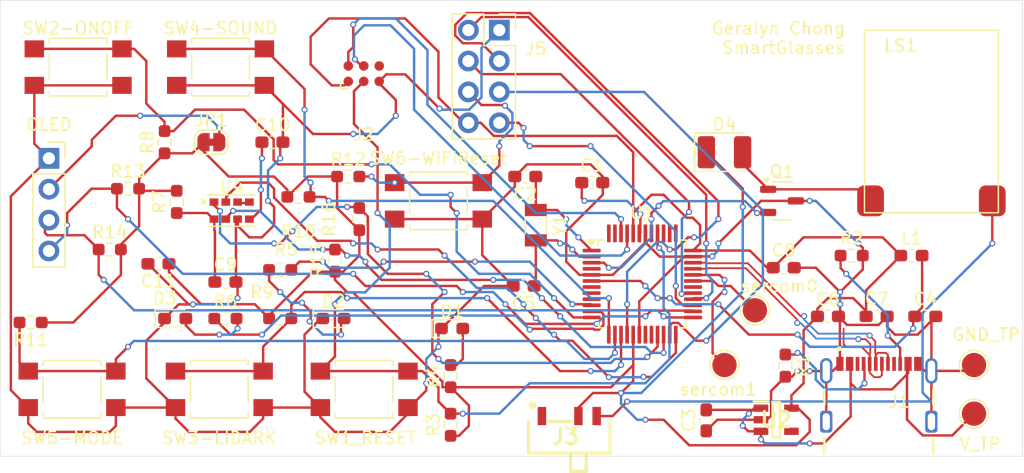
<source format=kicad_pcb>
(kicad_pcb (version 20240108) (generator "pcbnew") (generator_version "8.0")
  (layers (0 "F.Cu" signal) (31 "B.Cu" signal) (34 "B.Paste" user) (35 "F.Paste" user) (36 "B.SilkS" user "B.Silkscreen") (37 "F.SilkS" user "F.Silkscreen") (38 "B.Mask" user) (39 "F.Mask" user) (44 "Edge.Cuts" user))
  (net 0 "")
  (net 1 "Net-(U1-VDDCORE)")
  (net 2 "GND")
  (net 3 "/XC1")
  (net 4 "VBUS")
  (net 5 "/VDDANA")
  (net 6 "/XC2")
  (net 7 "+3V3")
  (net 8 "Net-(U4-VDD)")
  (net 9 "/LED_A")
  (net 10 "Net-(D1-A)")
  (net 11 "Net-(D2-A)")
  (net 12 "Net-(D3-A)")
  (net 13 "Net-(J1-CC1)")
  (net 15 "/D+")
  (net 16 "/D-")
  (net 17 "Net-(J1-CC2)")
  (net 19 "/SWC")
  (net 20 "/~{RST}")
  (net 22 "/SWD")
  (net 23 "/SPK1")
  (net 25 "Net-(J3-Pad3)")
  (net 26 "/OLED_SCL")
  (net 27 "/OLED_SDA")
  (net 28 "/RXI")
  (net 29 "/TXO")
  (net 30 "/RST")
  (net 31 "/LED1")
  (net 32 "/LED2")
  (net 33 "/Button_ONOFF")
  (net 34 "/Button_LiDark")
  (net 35 "/Button_sound")
  (net 36 "/Button_MODE")
  (net 37 "/LightSDA")
  (net 38 "/ex-interrupt")
  (net 42 "/GPIO0")
  (net 44 "/LightSCL")
  (net 50 "Net-(J4-Pin_2)")
  (net 55 "Net-(U4-LDR)")
  (net 56 "/GPIO2")
  (net 57 "Net-(D4-A)")
  (net 58 "Net-(U1-PA22)")
  (net 59 "Net-(U1-PA23)")
  (net 61 "/CHPD")
  (footprint "Sensor:Avago_APDS-9960" (layer "F.Cu") (at 109.515 92.8)
    (property "Reference" "U4")
    (property "Value" "APDS-9960")
  )
  (footprint "hcipcb:SSSS810701" (layer "F.Cu") (at 138 109.696335)
    (property "Reference" "J3")
    (property "Value" "SSSS810701" (hide yes))
  )
  (footprint "LED_SMD:LED_0603_1608Metric_Pad1.05x0.95mm_HandSolder" (layer "F.Cu") (at 127.625 102.5)
    (property "Reference" "D1")
    (property "Value" "GREEN")
  )
  (footprint "Capacitor_SMD:C_0603_1608Metric_Pad1.08x0.95mm_HandSolder" (layer "F.Cu") (at 139.1375 90.5)
    (property "Reference" "C1")
    (property "Value" "0.1uF")
  )
  (footprint "Resistor_SMD:R_0603_1608Metric_Pad0.98x0.95mm_HandSolder" (layer "F.Cu") (at 115 91.675)
    (property "Reference" "R10")
    (property "Value" "10k")
  )
  (footprint "Capacitor_SMD:C_0603_1608Metric_Pad1.08x0.95mm_HandSolder" (layer "F.Cu") (at 162.5 101.5)
    (property "Reference" "C7")
    (property "Value" "0.1uF")
  )
  (footprint "Resistor_SMD:R_0603_1608Metric_Pad0.98x0.95mm_HandSolder" (layer "F.Cu") (at 101 91)
    (property "Reference" "R13")
    (property "Value" "4.7k")
  )
  (footprint "Resistor_SMD:R_0603_1608Metric_Pad0.98x0.95mm_HandSolder" (layer "F.Cu") (at 127.5 106.4125 90)
    (property "Reference" "R4")
    (property "Value" "1k")
  )
  (footprint "Resistor_SMD:R_0603_1608Metric_Pad0.98x0.95mm_HandSolder" (layer "F.Cu") (at 93 102 180)
    (property "Reference" "R11")
    (property "Value" "10k")
  )
  (footprint "Resistor_SMD:R_0603_1608Metric_Pad0.98x0.95mm_HandSolder" (layer "F.Cu") (at 113.5 101.675)
    (property "Reference" "R9")
    (property "Value" "10k")
  )
  (footprint "Resistor_SMD:R_0603_1608Metric_Pad0.98x0.95mm_HandSolder" (layer "F.Cu") (at 120 93.5 90)
    (property "Reference" "R16")
    (property "Value" "4.7k")
  )
  (footprint "Capacitor_SMD:C_0603_1608Metric_Pad1.08x0.95mm_HandSolder" (layer "F.Cu") (at 112.8625 87.175)
    (property "Reference" "C10")
    (property "Value" "1uF")
  )
  (footprint "Resistor_SMD:R_0603_1608Metric_Pad0.98x0.95mm_HandSolder" (layer "F.Cu") (at 105 92.0875 90)
    (property "Reference" "R7")
    (property "Value" "22")
  )
  (footprint "Connector_PinSocket_2.54mm:PinSocket_2x04_P2.54mm_Vertical" (layer "F.Cu") (at 131.5 77.96)
    (property "Reference" "J5")
    (property "Value" "Conn_02x04_Top_Bottom")
  )
  (footprint "TestPoint:TestPoint_Pad_D2.0mm" (layer "F.Cu") (at 152.5 101)
    (property "Reference" "sercom0")
    (property "Value" "sercom[0]")
  )
  (footprint "Resistor_SMD:R_0603_1608Metric_Pad0.98x0.95mm_HandSolder" (layer "F.Cu") (at 113.5 97.675 180)
    (property "Reference" "R5")
    (property "Value" "1k")
  )
  (footprint "Capacitor_SMD:C_0603_1608Metric_Pad1.08x0.95mm_HandSolder" (layer "F.Cu") (at 148.5 110.05 90)
    (property "Reference" "C3")
    (property "Value" "1uF")
  )
  (footprint "Resistor_SMD:R_0603_1608Metric_Pad0.98x0.95mm_HandSolder" (layer "F.Cu") (at 119.0875 90)
    (property "Reference" "R12")
    (property "Value" "10k")
  )
  (footprint "Capacitor_SMD:C_0603_1608Metric_Pad1.08x0.95mm_HandSolder" (layer "F.Cu") (at 158.5 101.5)
    (property "Reference" "C6")
    (property "Value" "0.1uF")
  )
  (footprint "Button_Switch_SMD:SW_SPST_TL3305A" (layer "F.Cu") (at 96.9 81)
    (property "Reference" "SW2-ONOFF")
    (property "Value" "SW_Push")
  )
  (footprint "Resistor_SMD:R_0603_1608Metric_Pad0.98x0.95mm_HandSolder" (layer "F.Cu") (at 99.5 96)
    (property "Reference" "R14")
    (property "Value" "4.7k")
  )
  (footprint "Capacitor_SMD:C_0603_1608Metric_Pad1.08x0.95mm_HandSolder" (layer "F.Cu") (at 109 98.675)
    (property "Reference" "C9")
    (property "Value" "1uF")
  )
  (footprint "TestPoint:TestPoint_Pad_D2.0mm" (layer "F.Cu") (at 170.5 109.5)
    (property "Reference" "V_TP")
    (property "Value" "GND_Test")
  )
  (footprint "Connector:Tag-Connect_TC2030-IDC-FP_2x03_P1.27mm_Vertical" (layer "F.Cu") (at 120.365 81.54)
    (property "Reference" "J2")
    (property "Value" "SWD_TAG-CONNECT")
  )
  (footprint "hcipcb:SOT95P280X145-5N" (layer "F.Cu") (at 154.25 110)
    (property "Reference" "U2")
    (property "Value" "TLV73333PQDBVRQ1" (hide yes))
  )
  (footprint "Package_TO_SOT_SMD:SOT-23-3" (layer "F.Cu") (at 154.725 92)
    (property "Reference" "Q1")
    (property "Value" "NMOS")
  )
  (footprint "Resistor_SMD:R_0603_1608Metric_Pad0.98x0.95mm_HandSolder" (layer "F.Cu") (at 155 105.55 -90)
    (property "Reference" "R1")
    (property "Value" "5.1k")
  )
  (footprint "Connector_PinSocket_2.54mm:PinSocket_1x04_P2.54mm_Vertical" (layer "F.Cu") (at 94.5 88.5)
    (property "Reference" "OLED")
    (property "Value" "OLED")
  )
  (footprint "Button_Switch_SMD:SW_SPST_TL3305A" (layer "F.Cu") (at 126.5 92)
    (property "Reference" "SW6-WIFIReset")
    (property "Value" "SW_Push")
  )
  (footprint "Capacitor_SMD:C_0603_1608Metric_Pad1.08x0.95mm_HandSolder" (layer "F.Cu") (at 166.5 101.5)
    (property "Reference" "C4")
    (property "Value" "0.1uF")
  )
  (footprint "Crystal:Crystal_SMD_3215-2Pin_3.2x1.5mm" (layer "F.Cu") (at 134.5 94 -90)
    (property "Reference" "Y1")
    (property "Value" "Crystal_Small")
  )
  (footprint "Capacitor_SMD:C_0603_1608Metric_Pad1.08x0.95mm_HandSolder" (layer "F.Cu") (at 133.5 99 180)
    (property "Reference" "C5")
    (property "Value" "15uF")
  )
  (footprint "Button_Switch_SMD:SW_SPST_TL3305A" (layer "F.Cu") (at 96.4 107.5)
    (property "Reference" "SW5-MODE")
    (property "Value" "SW_Push")
  )
  (footprint "Diode_SMD:D_1210_3225Metric_Pad1.42x2.65mm_HandSolder" (layer "F.Cu") (at 150 88)
    (property "Reference" "D4")
    (property "Value" "DIODE")
  )
  (footprint "hcipcb:GCT_USB4105-GF-A" (layer "F.Cu") (at 162.68 110.1625)
    (property "Reference" "J1")
    (property "Value" "USB4105-GF-A")
  )
  (footprint "Package_QFP:TQFP-48_7x7mm_P0.5mm" (layer "F.Cu") (at 143.25 98.8375)
    (property "Reference" "U1")
    (property "Value" "ATSAMD21G18A-A")
  )
  (footprint "LED_SMD:LED_0603_1608Metric_Pad1.05x0.95mm_HandSolder" (layer "F.Cu") (at 104.875 101.675)
    (property "Reference" "D3")
    (property "Value" "RED")
  )
  (footprint "Button_Switch_SMD:SW_SPST_TL3305A" (layer "F.Cu") (at 108.5 107.5)
    (property "Reference" "SW3-LIDARK")
    (property "Value" "SW_Push")
  )
  (footprint "Capacitor_SMD:C_0603_1608Metric_Pad1.08x0.95mm_HandSolder" (layer "F.Cu") (at 154.8625 97.5)
    (property "Reference" "C8")
    (property "Value" "1uF")
  )
  (footprint "Resistor_SMD:R_0603_1608Metric_Pad0.98x0.95mm_HandSolder" (layer "F.Cu") (at 118 96.9125 90)
    (property "Reference" "R15")
    (property "Value" "4.7k")
  )
  (footprint "TestPoint:TestPoint_Pad_D2.0mm" (layer "F.Cu") (at 150 105.5)
    (property "Reference" "sercom1")
    (property "Value" "sercom[1]")
  )
  (footprint "Resistor_SMD:R_0603_1608Metric_Pad0.98x0.95mm_HandSolder" (layer "F.Cu") (at 127.5 110.4125 90)
    (property "Reference" "R3")
    (property "Value" "10k")
  )
  (footprint "Resistor_SMD:R_0603_1608Metric_Pad0.98x0.95mm_HandSolder" (layer "F.Cu") (at 104 87.175 90)
    (property "Reference" "R8")
    (property "Value" "10k")
  )
  (footprint "TestPoint:TestPoint_Pad_D2.0mm" (layer "F.Cu") (at 170.5 105.5)
    (property "Reference" "GND_TP")
    (property "Value" "GND_Test")
  )
  (footprint "hcipcb:OWS-111535LA-8H" (layer "F.Cu") (at 167 85.6)
    (property "Reference" "LS1")
    (property "Value" "OWS-111535LA-8H")
  )
  (footprint "Jumper:SolderJumper-2_P1.3mm_Bridged_RoundedPad1.0x1.5mm" (layer "F.Cu") (at 107.85 87.175)
    (property "Reference" "JP1")
    (property "Value" "Jumper_2_Bridged")
  )
  (footprint "Inductor_SMD:L_0603_1608Metric_Pad1.05x0.95mm_HandSolder" (layer "F.Cu") (at 165.3625 96.5)
    (property "Reference" "L1")
    (property "Value" "FB-30R")
  )
  (footprint "LED_SMD:LED_0603_1608Metric_Pad1.05x0.95mm_HandSolder" (layer "F.Cu") (at 117.875 101.675)
    (property "Reference" "D2")
    (property "Value" "RED")
  )
  (footprint "Capacitor_SMD:C_0603_1608Metric_Pad1.08x0.95mm_HandSolder" (layer "F.Cu") (at 103.5 97.175 180)
    (property "Reference" "C11")
    (property "Value" "10uF")
  )
  (footprint "Button_Switch_SMD:SW_SPST_TL3305A" (layer "F.Cu") (at 108.6 81)
    (property "Reference" "SW4-SOUND")
    (property "Value" "SW_Push")
  )
  (footprint "Resistor_SMD:R_0603_1608Metric_Pad0.98x0.95mm_HandSolder" (layer "F.Cu") (at 160.45 96.5)
    (property "Reference" "R2")
    (property "Value" "5.1k")
  )
  (footprint "Button_Switch_SMD:SW_SPST_TL3305A" (layer "F.Cu") (at 120.4 107.5)
    (property "Reference" "SW1_RESET")
    (property "Value" "SW_Push")
  )
  (footprint "Capacitor_SMD:C_0603_1608Metric_Pad1.08x0.95mm_HandSolder" (layer "F.Cu") (at 133.6375 90 180)
    (property "Reference" "C2")
    (property "Value" "15uF")
  )
  (footprint "Resistor_SMD:R_0603_1608Metric_Pad0.98x0.95mm_HandSolder" (layer "F.Cu") (at 109 101.675)
    (property "Reference" "R6")
    (property "Value" "1k")
  )
  (gr_rect (start 90.5 75.5) (end 174.5 113) (stroke (width 0.0381)) (fill none) (layer "Edge.Cuts"))
  (gr_text "Geralyn Chong\nSmartGlasses\n" (at 160 80 0) (layer "F.SilkS") (effects (font (size 1 1) (thickness 0.153)) (justify right bottom)))
  (segment (start 143.08729 93.08729) (end 143.08729 94.58771) (width 0.2) (layer "F.Cu") (net 1))
  (segment (start 138.275 90.5) (end 138.275 91.775) (width 0.2) (layer "F.Cu") (net 1))
  (segment (start 138.275 91.775) (end 138.5 92) (width 0.2) (layer "F.Cu") (net 1))
  (segment (start 143.08729 94.58771) (end 143 94.675) (width 0.2) (layer "F.Cu") (net 1))
  (via (at 138.5 92) (size 0.5) (drill 0.3) (layers "F.Cu" "B.Cu") (net 1))
  (via (at 143.08729 93.08729) (size 0.5) (drill 0.3) (layers "F.Cu" "B.Cu") (net 1))
  (segment (start 138.5 92) (end 142 92) (width 0.2) (layer "B.Cu") (net 1))
  (segment (start 142 92) (end 143.08729 93.08729) (width 0.2) (layer "B.Cu") (net 1))
  (segment (start 170.0175 105.9825) (end 170.5 105.5) (width 0.2) (layer "F.Cu") (net 2))
  (segment (start 155.725 97.5) (end 157.5 97.5) (width 0.2) (layer "F.Cu") (net 2))
  (segment (start 100.5 82.5) (end 93.3 82.5) (width 0.2) (layer "F.Cu") (net 2))
  (segment (start 153.5 110) (end 153.827 109.673) (width 0.2) (layer "F.Cu") (net 2))
  (segment (start 139 89) (end 133.775 89) (width 0.2) (layer "F.Cu") (net 2))
  (segment (start 106 111) (end 111 111) (width 0.2) (layer "F.Cu") (net 2))
  (segment (start 143 100.262501) (end 143 103) (width 0.2) (layer "F.Cu") (net 2))
  (segment (start 167 105.9825) (end 166.455 105.9825) (width 0.2) (layer "F.Cu") (net 2))
  (segment (start 161.3625 96.5) (end 161.3625 95.8625) (width 0.2) (layer "F.Cu") (net 2))
  (segment (start 113.5 88.5) (end 113.5 87.4) (width 0.2) (layer "F.Cu") (net 2))
  (segment (start 163.3625 101.5) (end 162.6605 102.202) (width 0.2) (layer "F.Cu") (net 2))
  (segment (start 126.5 104) (end 126.5 102.75) (width 0.2) (layer "F.Cu") (net 2))
  (segment (start 112.2 82.5) (end 105 82.5) (width 0.2) (layer "F.Cu") (net 2))
  (segment (start 102.5 103.5) (end 104 102) (width 0.2) (layer "F.Cu") (net 2))
  (segment (start 106.33655 100.51113) (end 105.16387 100.51113) (width 0.2) (layer "F.Cu") (net 2))
  (segment (start 92.8 110.3) (end 93.5 111) (width 0.2) (layer "F.Cu") (net 2))
  (segment (start 115.5 103) (end 116.825 101.675) (width 0.2) (layer "F.Cu") (net 2))
  (segment (start 116.825 101.675) (end 117 101.675) (width 0.2) (layer "F.Cu") (net 2))
  (segment (start 163.3625 102.3625) (end 163.3625 101.5) (width 0.2) (layer "F.Cu") (net 2))
  (segment (start 158.3425 106) (end 158.36 105.9825) (width 0.2) (layer "F.Cu") (net 2))
  (segment (start 99.5 111) (end 100 110.5) (width 0.2) (layer "F.Cu") (net 2))
  (segment (start 143.5 95.412499) (end 144.675001 96.5875) (width 0.2) (layer "F.Cu") (net 2))
  (segment (start 123.77258 81.598) (end 126.58729 84.41271) (width 0.2) (layer "F.Cu") (net 2))
  (segment (start 159.5 101.3625) (end 159.3625 101.5) (width 0.2) (layer "F.Cu") (net 2))
  (segment (start 124.1 109) (end 125.5 107.6) (width 0.2) (layer "F.Cu") (net 2))
  (segment (start 149.4125 110) (end 153 110) (width 0.2) (layer "F.Cu") (net 2))
  (segment (start 110.955 95) (end 112 95) (width 0.2) (layer "F.Cu") (net 2))
  (segment (start 143.5 94.675) (end 143.5 95.412499) (width 0.2) (layer "F.Cu") (net 2))
  (segment (start 140.824999 98.0875) (end 143.5 95.412499) (width 0.2) (layer "F.Cu") (net 2))
  (segment (start 91.373 107.573) (end 92.8 109) (width 0.2) (layer "F.Cu") (net 2))
  (segment (start 93.3 82.5) (end 93.3 87.3) (width 0.2) (layer "F.Cu") (net 2))
  (segment (start 130.1 96.4625) (end 132.6375 99) (width 0.2) (layer "F.Cu") (net 2))
  (segment (start 113.725 84.025) (end 112.2 82.5) (width 0.2) (layer "F.Cu") (net 2))
  (segment (start 116.8 109) (end 116.8 109.8) (width 0.2) (layer "F.Cu") (net 2))
  (segment (start 102.5 106.6) (end 102.5 103.5) (width 0.2) (layer "F.Cu") (net 2))
  (segment (start 132.6375 99) (end 130.25 99) (width 0.2) (layer "F.Cu") (net 2))
  (segment (start 140 91.5) (end 137 94.5) (width 0.2) (layer "F.Cu") (net 2))
  (segment (start 124 109.5) (end 124 109) (width 0.2) (layer "F.Cu") (net 2))
  (segment (start 161.3625 97.6375) (end 161.3625 96.5) (width 0.2) (layer "F.Cu") (net 2))
  (segment (start 112.1 109.9) (end 112.1 109) (width 0.2) (layer "F.Cu") (net 2))
  (segment (start 166.455 105.9825) (end 165.88 105.4075) (width 0.2) (layer "F.Cu") (net 2))
  (segment (start 104.9 109) (end 104.9 109.9) (width 0.2) (layer "F.Cu") (net 2))
  (segment (start 118.420411 86.5) (end 119.5 86.5) (width 0.2) (layer "F.Cu") (net 2))
  (segment (start 104.9 109) (end 102.5 106.6) (width 0.2) (layer "F.Cu") (net 2))
  (segment (start 110 98.8125) (end 109.8625 98.675) (width 0.2) (layer "F.Cu") (net 2))
  (segment (start 157.5 97.5) (end 159.5 99.5) (width 0.2) (layer "F.Cu") (net 2))
  (segment (start 149 96.5645) (end 147.4355 96.5645) (width 0.2) (layer "F.Cu") (net 2))
  (segment (start 92.8 109) (end 92.8 110.3) (width 0.2) (layer "F.Cu") (net 2))
  (segment (start 126.5 102.75) (end 126.75 102.5) (width 0.2) (layer "F.Cu") (net 2))
  (segment (start 110 100) (end 110 98.8125) (width 0.2) (layer "F.Cu") (net 2))
  (segment (start 153 92) (end 149.5 95.5) (width 0.2) (layer "F.Cu") (net 2))
  (segment (start 91.373 91.627) (end 91.373 107.573) (width 0.2) (layer "F.Cu") (net 2))
  (segment (start 146.675001 96.5875) (end 143 100.262501) (width 0.2) (layer "F.Cu") (net 2))
  (segment (start 139.0875 98.0875) (end 140.824999 98.0875) (width 0.2) (layer "F.Cu") (net 2))
  (segment (start 113.5 87.4) (end 113.725 87.175) (width 0.2) (layer "F.Cu") (net 2))
  (segment (start 159.48 101.6175) (end 159.3625 101.5) (width 0.2) (layer "F.Cu") (net 2))
  (segment (start 160.0645 102.202) (end 159.3625 101.5) (width 0.2) (layer "F.Cu") (net 2))
  (segment (start 137 94.5) (end 137 97) (width 0.2) (layer "F.Cu") (net 2))
  (segment (start 159.5 99.5) (end 161.3625 97.6375) (width 0.2) (layer "F.Cu") (net 2))
  (segment (start 102.6375 97.175) (end 105.97363 100.51113) (width 0.2) (layer "F.Cu") (net 2))
  (segment (start 158.36 105.9825) (end 158.905 105.9825) (width 0.2) (layer "F.Cu") (net 2))
  (segment (start 100 110.5) (end 100 109) (width 0.2) (layer "F.Cu") (net 2))
  (segment (start 113 92.5) (end 112.5 92) (width 0.2) (layer "F.Cu") (net 2))
  (segment (start 153.827 107.6355) (end 155 106.4625) (width 0.2) (layer "F.Cu") (net 2))
  (segment (start 105.97363 100.51113) (end 106.33655 100.51113) (width 0.2) (layer "F.Cu") (net 2))
  (segment (start 132.775 90.825) (end 130.1 93.5) (width 0.2) (layer "F.Cu") (net 2))
  (segment (start 100 109) (end 104.9 109) (width 0.2) (layer "F.Cu") (net 2))
  (segment (start 122.212 81.598) (end 123.77258 81.598) (width 0.2) (layer "F.Cu") (net 2))
  (segment (start 123 83.705013) (end 121.635 82.340013) (width 0.2) (layer "F.Cu") (net 2))
  (segment (start 164 103) (end 163.3625 102.3625) (width 0.2) (layer "F.Cu") (net 2))
  (segment (start 113.725 87.175) (end 113.725 84.025) (width 0.2) (layer "F.Cu") (net 2))
  (segment (start 147.4355 96.5645) (end 147.4125 96.5875) (width 0.2) (layer "F.Cu") (net 2))
  (segment (start 132.775 90) (end 132.775 90.825) (width 0.2) (layer "F.Cu") (net 2))
  (segment (start 116.8 109) (end 115.5 107.7) (width 0.2) (layer "F.Cu") (net 2))
  (segment (start 112 95) (end 113 94) (width 0.2) (layer "F.Cu") (net 2))
  (segment (start 130.1 93.5) (end 122.9 93.5) (width 0.2) (layer "F.Cu") (net 2))
  (segment (start 109.8625 93.7425) (end 110.03 93.575) (width 0.2) (layer "F.Cu") (net 2))
  (segment (start 165.8625 103) (end 164 103) (width 0.2) (layer "F.Cu") (net 2))
  (segment (start 113 94) (end 113 92.5) (width 0.2) (layer "F.Cu") (net 2))
  (segment (start 140 90.5) (end 140 91.5) (width 0.2) (layer "F.Cu") (net 2))
  (segment (start 159.5 100.5) (end 159.5 101.3625) (width 0.2) (layer "F.Cu") (net 2))
  (segment (start 155.8625 92) (end 153 92) (width 0.2) (layer "F.Cu") (net 2))
  (segment (start 155.5375 106.4625) (end 156 106) (width 0.2) (layer "F.Cu") (net 2))
  (segment (start 158.905 105.9825) (end 159.48 105.4075) (width 0.2) (layer "F.Cu") (net 2))
  (segment (start 130.25 99) (end 126.75 102.5) (width 0.2) (layer "F.Cu") (net 2))
  (segment (start 112.2 82.5) (end 116.2 86.5) (width 0.2) (layer "F.Cu") (net 2))
  (segment (start 140 90) (end 139 89) (width 0.2) (layer "F.Cu") (net 2))
  (segment (start 148.5 110.9125) (end 149.4125 110) (width 0.2) (layer "F.Cu") (net 2))
  (segment (start 147.4125 96.5875) (end 146.675001 96.5875) (width 0.2) (layer "F.Cu") (net 2))
  (segment (start 167 105.9825) (end 167 101.8625) (width 0.2) (layer "F.Cu") (net 2))
  (segment (start 162.6605 102.202) (end 160.0645 102.202) (width 0.2) (layer "F.Cu") (net 2))
  (segment (start 122.5 111) (end 124 109.5) (width 0.2) (layer "F.Cu") (net 2))
  (segment (start 94.5 88.5) (end 91.373 91.627) (width 0.2) (layer "F.Cu") (net 2))
  (segment (start 153.827 109.673) (end 153.827 107.6355) (width 0.2) (layer "F.Cu") (net 2))
  (segment (start 110.03 93.575) (end 110.03 94.075) (width 0.2) (layer "F.Cu") (net 2))
  (segment (start 137 97) (end 138.0875 98.0875) (width 0.2) (layer "F.Cu") (net 2))
  (segment (start 123 85) (end 123 83.705013) (width 0.2) (layer "F.Cu") (net 2))
  (segment (start 133.775 89) (end 132.775 90) (width 0.2) (layer "F.Cu") (net 2))
  (segment (start 158.36 105.9825) (end 158.36 110.1625) (width 0.2) (layer "F.Cu") (net 2))
  (segment (start 110.03 94.075) (end 110.955 95) (width 0.2) (layer "F.Cu") (net 2))
  (segment (start 93.3 87.3) (end 94.5 88.5) (width 0.2) (layer "F.Cu") (net 2))
  (segment (start 167 101.8625) (end 167.3625 101.5) (width 0.2) (layer "F.Cu") (net 2))
  (segment (start 116.8 109.8) (end 118 111) (width 0.2) (layer "F.Cu") (net 2))
  (segment (start 144.675001 96.5875) (end 147.4125 96.5875) (width 0.2) (layer "F.Cu") (net 2))
  (segment (start 115.5 107.7) (end 115.5 103) (width 0.2) (layer "F.Cu") (net 2))
  (segment (start 124 109) (end 124.1 109) (width 0.2) (layer "F.Cu") (net 2))
  (segment (start 118 111) (end 122.5 111) (width 0.2) (layer "F.Cu") (net 2))
  (segment (start 140 90.5) (end 140 90) (width 0.2) (layer "F.Cu") (net 2))
  (segment (start 112.1 109) (end 116.8 109) (width 0.2) (layer "F.Cu") (net 2))
  (segment (start 159.48 105.4075) (end 159.48 101.6175) (width 0.2) (layer "F.Cu") (net 2))
  (segment (start 121.635 82.340013) (end 121.635 82.175) (width 0.2) (layer "F.Cu") (net 2))
  (segment (start 93.5 111) (end 99.5 111) (width 0.2) (layer "F.Cu") (net 2))
  (segment (start 105.16387 100.51113) (end 104 101.675) (width 0.2) (layer "F.Cu") (net 2))
  (segment (start 104 102) (end 104 101.675) (width 0.2) (layer "F.Cu") (net 2))
  (segment (start 130.1 93.5) (end 130.1 96.4625) (width 0.2) (layer "F.Cu") (net 2))
  (segment (start 138.0875 98.0875) (end 139.0875 98.0875) (width 0.2) (layer "F.Cu") (net 2))
  (segment (start 125.5 107.6) (end 125.5 107) (width 0.2) (layer "F.Cu") (net 2))
  (segment (start 157 106) (end 158.3425 106) (width 0.2) (layer "F.Cu") (net 2))
  (segment (start 121.635 82.175) (end 122.212 81.598) (width 0.2) (layer "F.Cu") (net 2))
  (segment (start 167 110.1625) (end 167 105.9825) (width 0.2) (layer "F.Cu") (net 2))
  (segment (start 167.3625 101.5) (end 165.8625 103) (width 0.2) (layer "F.Cu") (net 2))
  (segment (start 116.2 86.5) (end 118.420411 86.5) (width 0.2) (layer "F.Cu") (net 2))
  (segment (start 155 106.4625) (end 155.5375 106.4625) (width 0.2) (layer "F.Cu") (net 2))
  (segment (start 167 105.9825) (end 170.0175 105.9825) (width 0.2) (layer "F.Cu") (net 2))
  (segment (start 104.9 109.9) (end 106 111) (width 0.2) (layer "F.Cu") (net 2))
  (segment (start 109.8625 98.675) (end 109.8625 93.7425) (width 0.2) (layer "F.Cu") (net 2))
  (segment (start 153 110) (end 153.5 110) (width 0.2) (layer "F.Cu") (net 2))
  (segment (start 111 111) (end 112.1 109.9) (width 0.2) (layer "F.Cu") (net 2))
  (segment (start 161.3625 95.8625) (end 161 95.5) (width 0.2) (layer "F.Cu") (net 2))
  (segment (start 157 92) (end 155.8625 92) (width 0.2) (layer "F.Cu") (net 2))
  (via (at 159.5 99.5) (size 0.5) (drill 0.3) (layers "F.Cu" "B.Cu") (net 2))
  (via (at 157 106) (size 0.5) (drill 0.3) (layers "F.Cu" "B.Cu") (net 2))
  (via (at 156 106) (size 0.5) (drill 0.3) (layers "F.Cu" "B.Cu") (net 2))
  (via (at 112.5 92) (size 0.5) (drill 0.3) (layers "F.Cu" "B.Cu") (net 2))
  (via (at 106.33655 100.51113) (size 0.5) (drill 0.3) (layers "F.Cu" "B.Cu") (net 2))
  (via (at 126.58729 84.41271) (size 0.5) (drill 0.3) (layers "F.Cu" "B.Cu") (net 2))
  (via (at 126.5 104) (size 0.5) (drill 0.3) (layers "F.Cu" "B.Cu") (net 2))
  (via (at 157 92) (size 0.5) (drill 0.3) (layers "F.Cu" "B.Cu") (net 2))
  (via (at 149 96.5645) (size 0.5) (drill 0.3) (layers "F.Cu" "B.Cu") (net 2))
  (via (at 113.5 88.5) (size 0.5) (drill 0.3) (layers "F.Cu" "B.Cu") (net 2))
  (via (at 119.5 86.5) (size 0.5) (drill 0.3) (layers "F.Cu" "B.Cu") (net 2))
  (via (at 161 95.5) (size 0.5) (drill 0.3) (layers "F.Cu" "B.Cu") (net 2))
  (via (at 110 100) (size 0.5) (drill 0.3) (layers "F.Cu" "B.Cu") (net 2))
  (via (at 123 85) (size 0.5) (drill 0.3) (layers "F.Cu" "B.Cu") (net 2))
  (via (at 125.5 107) (size 0.5) (drill 0.3) (layers "F.Cu" "B.Cu") (net 2))
  (via (at 149.5 95.5) (size 0.5) (drill 0.3) (layers "F.Cu" "B.Cu") (net 2))
  (via (at 159.5 100.5) (size 0.5) (drill 0.3) (layers "F.Cu" "B.Cu") (net 2))
  (segment (start 126.67458 84.5) (end 129.023109 84.5) (width 0.2) (layer "B.Cu") (net 2))
  (segment (start 159.5 99.5) (end 159.5 100.5) (width 0.2) (layer "B.Cu") (net 2))
  (segment (start 112.5 92) (end 112.5 89.5) (width 0.2) (layer "B.Cu") (net 2))
  (segment (start 161 95.5) (end 158.5 93) (width 0.2) (layer "B.Cu") (net 2))
  (segment (start 109.5 100.5) (end 110 100) (width 0.2) (layer "B.Cu") (net 2))
  (segment (start 106.33655 100.51113) (end 106.34768 100.5) (width 0.2) (layer "B.Cu") (net 2))
  (segment (start 112.5 89.5) (end 113.5 88.5) (width 0.2) (layer "B.Cu") (net 2))
  (segment (start 158.5 93) (end 157.5 92) (width 0.2) (layer "B.Cu") (net 2))
  (segment (start 156 106) (end 157 106) (width 0.2) (layer "B.Cu") (net 2))
  (segment (start 126.58729 84.41271) (end 126.67458 84.5) (width 0.2) (layer "B.Cu") (net 2))
  (segment (start 157.5 92) (end 157 92) (width 0.2) (layer "B.Cu") (net 2))
  (segment (start 125.5 105) (end 126.5 104) (width 0.2) (layer "B.Cu") (net 2))
  (segment (start 149.5 96.0645) (end 149 96.5645) (width 0.2) (layer "B.Cu") (net 2))
  (segment (start 119.5 86.5) (end 121.5 86.5) (width 0.2) (layer "B.Cu") (net 2))
  (segment (start 121.5 86.5) (end 123 85) (width 0.2) (layer "B.Cu") (net 2))
  (segment (start 130.037 83.486109) (end 130.037 79.423) (width 0.2) (layer "B.Cu") (net 2))
  (segment (start 129.023109 84.5) (end 130.037 83.486109) (width 0.2) (layer "B.Cu") (net 2))
  (segment (start 149.5 95.5) (end 149.5 96.0645) (width 0.2) (layer "B.Cu") (net 2))
  (segment (start 130.037 79.423) (end 131.5 77.96) (width 0.2) (layer "B.Cu") (net 2))
  (segment (start 125.5 107) (end 125.5 105) (width 0.2) (layer "B.Cu") (net 2))
  (segment (start 106.34768 100.5) (end 109.5 100.5) (width 0.2) (layer "B.Cu") (net 2))
  (segment (start 136.25 92.75) (end 137 93.5) (width 0.2) (layer "F.Cu") (net 3))
  (segment (start 134.5 92.75) (end 136.25 92.75) (width 0.2) (layer "F.Cu") (net 3))
  (segment (start 134.5 90) (end 134.5 92.75) (width 0.2) (layer "F.Cu") (net 3))
  (segment (start 138 95) (end 139.0875 96.0875) (width 0.2) (layer "F.Cu") (net 3))
  (via (at 137 93.5) (size 0.5) (drill 0.3) (layers "F.Cu" "B.Cu") (net 3))
  (via (at 138 95) (size 0.5) (drill 0.3) (layers "F.Cu" "B.Cu") (net 3))
  (segment (start 137 93.5) (end 137 94) (width 0.2) (layer "B.Cu") (net 3))
  (segment (start 137 94) (end 138 95) (width 0.2) (layer "B.Cu") (net 3))
  (segment (start 160.28 105.4075) (end 160.365 105.4925) (width 0.2) (layer "F.Cu") (net 4))
  (segment (start 165.08 106.1825) (end 163.7625 107.5) (width 0.2) (layer "F.Cu") (net 4))
  (segment (start 152.45 109.05) (end 153 109.05) (width 0.2) (layer "F.Cu") (net 4))
  (segment (start 164.995 109.995) (end 166.2895 111.2895) (width 0.2) (layer "F.Cu") (net 4))
  (segment (start 165.08 105.4075) (end 164.995 105.4925) (width 0.2) (layer "F.Cu") (net 4))
  (segment (start 160.365 105.4925) (end 160.365 107) (width 0.2) (layer "F.Cu") (net 4))
  (segment (start 166.2895 111.2895) (end 168.7105 111.2895) (width 0.2) (layer "F.Cu") (net 4))
  (segment (start 164.995 105.4925) (end 164.995 109.995) (width 0.2) (layer "F.Cu") (net 4))
  (segment (start 163.7625 107.5) (end 160.865 107.5) (width 0.2) (layer "F.Cu") (net 4))
  (segment (start 160.365 107) (end 160.365 109.739006) (width 0.2) (layer "F.Cu") (net 4))
  (segment (start 160.865 107.5) (end 160.365 107) (width 0.2) (layer "F.Cu") (net 4))
  (segment (start 148.5 109.1875) (end 152.8625 109.1875) (width 0.2) (layer "F.Cu") (net 4))
  (segment (start 152 109.5) (end 152.45 109.05) (width 0.2) (layer "F.Cu") (net 4))
  (segment (start 151.95 110.95) (end 151.5 110.5) (width 0.2) (layer "F.Cu") (net 4))
  (segment (start 158.154006 111.95) (end 157 111.95) (width 0.2) (layer "F.Cu") (net 4))
  (segment (start 153 110.95) (end 151.95 110.95) (width 0.2) (layer "F.Cu") (net 4))
  (segment (start 168.7105 111.2895) (end 170.5 109.5) (width 0.2) (layer "F.Cu") (net 4))
  (segment (start 153 111.623) (end 153 110.95) (width 0.2) (layer "F.Cu") (net 4))
  (segment (start 165.08 105.4075) (end 165.08 106.1825) (width 0.2) (layer "F.Cu") (net 4))
  (segment (start 160.365 109.739006) (end 158.154006 111.95) (width 0.2) (layer "F.Cu") (net 4))
  (segment (start 152.8625 109.1875) (end 153 109.05) (width 0.2) (layer "F.Cu") (net 4))
  (via (at 153 111.623) (size 0.5) (drill 0.3) (layers "F.Cu" "B.Cu") (net 4))
  (via (at 157 111.95) (size 0.5) (drill 0.3) (layers "F.Cu" "B.Cu") (net 4))
  (via (at 152 109.5) (size 0.5) (drill 0.3) (layers "F.Cu" "B.Cu") (net 4))
  (via (at 151.5 110.5) (size 0.5) (drill 0.3) (layers "F.Cu" "B.Cu") (net 4))
  (segment (start 151.5 110) (end 152 109.5) (width 0.2) (layer "B.Cu") (net 4))
  (segment (start 157 111.95) (end 153.327 111.95) (width 0.2) (layer "B.Cu") (net 4))
  (segment (start 153.327 111.95) (end 153 111.623) (width 0.2) (layer "B.Cu") (net 4))
  (segment (start 151.5 110.5) (end 151.5 110) (width 0.2) (layer "B.Cu") (net 4))
  (segment (start 165.5 101.6375) (end 165.6375 101.5) (width 0.2) (layer "F.Cu") (net 5))
  (segment (start 143.0875 98.5875) (end 143.5 99) (width 0.2) (layer "F.Cu") (net 5))
  (segment (start 152 103) (end 156 103) (width 0.2) (layer "F.Cu") (net 5))
  (segment (start 165.6375 101.5) (end 165.6375 101.3625) (width 0.2) (layer "F.Cu") (net 5))
  (segment (start 139.0875 98.5875) (end 143.0875 98.5875) (width 0.2) (layer "F.Cu") (net 5))
  (segment (start 149.5 100.5) (end 152 103) (width 0.2) (layer "F.Cu") (net 5))
  (segment (start 166.2375 100.7625) (end 166.2375 96.5) (width 0.2) (layer "F.Cu") (net 5))
  (segment (start 165.6375 101.3625) (end 166.2375 100.7625) (width 0.2) (layer "F.Cu") (net 5))
  (segment (start 144.5 100) (end 145.5 100) (width 0.2) (layer "F.Cu") (net 5))
  (segment (start 165.5 102.5) (end 165.5 101.6375) (width 0.2) (layer "F.Cu") (net 5))
  (via (at 144.5 100) (size 0.5) (drill 0.3) (layers "F.Cu" "B.Cu") (net 5))
  (via (at 149.5 100.5) (size 0.5) (drill 0.3) (layers "F.Cu" "B.Cu") (net 5))
  (via (at 145.5 100) (size 0.5) (drill 0.3) (layers "F.Cu" "B.Cu") (net 5))
  (via (at 143.5 99) (size 0.5) (drill 0.3) (layers "F.Cu" "B.Cu") (net 5))
  (via (at 165.5 102.5) (size 0.5) (drill 0.3) (layers "F.Cu" "B.Cu") (net 5))
  (via (at 156 103) (size 0.5) (drill 0.3) (layers "F.Cu" "B.Cu") (net 5))
  (segment (start 157 104) (end 156 103) (width 0.2) (layer "B.Cu") (net 5))
  (segment (start 145.5 100) (end 146 100.5) (width 0.2) (layer "B.Cu") (net 5))
  (segment (start 165.5 102.5) (end 164 104) (width 0.2) (layer "B.Cu") (net 5))
  (segment (start 164 104) (end 157 104) (width 0.2) (layer "B.Cu") (net 5))
  (segment (start 143.5 99) (end 144.5 100) (width 0.2) (layer "B.Cu") (net 5))
  (segment (start 146 100.5) (end 149.5 100.5) (width 0.2) (layer "B.Cu") (net 5))
  (segment (start 134.5 95.25) (end 136.25 95.25) (width 0.2) (layer "F.Cu") (net 6))
  (segment (start 134.5 95.25) (end 134.5 98.8625) (width 0.2) (layer "F.Cu") (net 6))
  (segment (start 138.0875 96.5875) (end 139.0875 96.5875) (width 0.2) (layer "F.Cu") (net 6))
  (segment (start 134.5 98.8625) (end 134.3625 99) (width 0.2) (layer "F.Cu") (net 6))
  (segment (start 137.5 96) (end 138.0875 96.5875) (width 0.2) (layer "F.Cu") (net 6))
  (segment (start 136.25 95.25) (end 136.5 95.5) (width 0.2) (layer "F.Cu") (net 6))
  (via (at 136.5 95.5) (size 0.5) (drill 0.3) (layers "F.Cu" "B.Cu") (net 6))
  (via (at 137.5 96) (size 0.5) (drill 0.3) (layers "F.Cu" "B.Cu") (net 6))
  (segment (start 136.5 95.5) (end 137 95.5) (width 0.2) (layer "B.Cu") (net 6))
  (segment (start 137 95.5) (end 137.5 96) (width 0.2) (layer "B.Cu") (net 6))
  (segment (start 102.0875 91.175) (end 101.9125 91) (width 0.2) (layer "F.Cu") (net 7))
  (segment (start 114.0875 91.0875) (end 114.0875 91.675) (width 0.2) (layer "F.Cu") (net 7))
  (segment (start 129 110.5) (end 129 108.825) (width 0.2) (layer "F.Cu") (net 7))
  (segment (start 157.6375 101.5) (end 157.6375 100.8625) (width 0.2) (layer "F.Cu") (net 7))
  (segment (start 142.5 94.675) (end 142.5 88) (width 0.2) (layer "F.Cu") (net 7))
  (segment (start 147.1 112.1) (end 145 110) (width 0.2) (layer "F.Cu") (net 7))
  (segment (start 107.2 87.93) (end 109.27 90) (width 0.2) (layer "F.Cu") (net 7))
  (segment (start 107 100.5) (end 104.3625 97.8625) (width 0.2) (layer "F.Cu") (net 7))
  (segment (start 156.5 102.6375) (end 157.6375 101.5) (width 0.2) (layer "F.Cu") (net 7))
  (segment (start 153.5 97.5) (end 152.0875 96.0875) (width 0.2) (layer "F.Cu") (net 7))
  (segment (start 126.827 106.873) (end 119.477 99.523) (width 0.2) (layer "F.Cu") (net 7))
  (segment (start 156.5 107) (end 156.5 102.6375) (width 0.2) (layer "F.Cu") (net 7))
  (segment (start 145 91.5) (end 144 91.5) (width 0.2) (layer "F.Cu") (net 7))
  (segment (start 100.4125 96) (end 100.4125 95.5875) (width 0.2) (layer "F.Cu") (net 7))
  (segment (start 142.5 93) (end 142.5 94.675) (width 0.2) (layer "F.Cu") (net 7))
  (segment (start 160.56875 100) (end 161.6375 101.06875) (width 0.2) (layer "F.Cu") (net 7))
  (segment (start 141.157 86.657) (end 131.053891 86.657) (width 0.2) (layer "F.Cu") (net 7))
  (segment (start 116 80.769013) (end 117.730987 82.5) (width 0.2) (layer "F.Cu") (net 7))
  (segment (start 151.5 92.5) (end 151.5 90.9875) (width 0.2) (layer "F.Cu") (net 7))
  (segment (start 104.3625 97.8625) (end 104.3625 97.175) (width 0.2) (layer "F.Cu") (net 7))
  (segment (start 161.6375 101.06875) (end 161.6375 101.5) (width 0.2) (layer "F.Cu") (net 7))
  (segment (start 157 111) (end 155.9 112.1) (width 0.2) (layer "F.Cu") (net 7))
  (segment (start 114.0875 91.675) (end 115.7625 90) (width 0.2) (layer "F.Cu") (net 7))
  (segment (start 120 96.5) (end 118.675 97.825) (width 0.2) (layer "F.Cu") (net 7))
  (segment (start 101.9125 91) (end 101.9125 90.175) (width 0.2) (layer "F.Cu") (net 7))
  (segment (start 141.5 107.802) (end 142.5 106.802) (width 0.2) (layer "F.Cu") (net 7))
  (segment (start 106.2875 88.0875) (end 107.2 87.175) (width 0.2) (layer "F.Cu") (net 7))
  (segment (start 152.0875 96.0875) (end 147.4125 96.0875) (width 0.2) (layer "F.Cu") (net 7))
  (segment (start 154 97.5) (end 156.5 95) (width 0.2) (layer "F.Cu") (net 7))
  (segment (start 157 110) (end 157 111) (width 0.2) (layer "F.Cu") (net 7))
  (segment (start 147.38971 93.38971) (end 146.88971 93.38971) (width 0.2) (layer "F.Cu") (net 7))
  (segment (start 100.4125 95.5875) (end 101.9125 94.0875) (width 0.2) (layer "F.Cu") (net 7))
  (segment (start 141.5 107.802) (end 139.198 107.802) (width 0.2) (layer "F.Cu") (net 7))
  (segment (start 117.730987 82.5) (end 118.77 82.5) (width 0.2) (layer "F.Cu") (net 7))
  (segment (start 100.4125 98.0875) (end 100.4125 96) (width 0.2) (layer "F.Cu") (net 7))
  (segment (start 126.5 83.5) (end 126.5 79.73357) (width 0.2) (layer "F.Cu") (net 7))
  (segment (start 127.5 107.325) (end 126.827 107.325) (width 0.2) (layer "F.Cu") (net 7))
  (segment (start 157.6375 100.8625) (end 158.5 100) (width 0.2) (layer "F.Cu") (net 7))
  (segment (start 126.827 107.325) (end 126.827 106.873) (width 0.2) (layer "F.Cu") (net 7))
  (segment (start 123.76643 77) (end 117.5 77) (width 0.2) (layer "F.Cu") (net 7))
  (segment (start 116 78.5) (end 116 80.769013) (width 0.2) (layer "F.Cu") (net 7))
  (segment (start 129 108.825) (end 127.5 107.325) (width 0.2) (layer "F.Cu") (net 7))
  (segment (start 119.477 99.523) (end 119.023 99.523) (width 0.2) (layer "F.Cu") (net 7))
  (segment (start 109.27 90) (end 113 90) (width 0.2) (layer "F.Cu") (net 7))
  (segment (start 156.05 109.05) (end 157 110) (width 0.2) (layer "F.Cu") (net 7))
  (segment (start 127.5 107.325) (end 127.175 107.325) (width 0.2) (layer "F.Cu") (net 7))
  (segment (start 112.5875 101.4125) (end 112.5875 101.675) (width 0.2) (layer "F.Cu") (net 7))
  (segment (start 151.5 90.9875) (end 148.5125 88) (width 0.2) (layer "F.Cu") (net 7))
  (segment (start 128.175 111.325) (end 129 110.5) (width 0.2) (layer "F.Cu") (net 7))
  (segment (start 142.5 105.5) (end 142.5 103) (width 0.2) (layer "F.Cu") (net 7))
  (segment (start 161.6375 99.35) (end 164.4875 96.5) (width 0.2) (layer "F.Cu") (net 7))
  (segment (start 120 94.4125) (end 120 96.5) (width 0.2) (layer "F.Cu") (net 7))
  (segment (start 101.9125 94.0875) (end 101.9125 91) (width 0.2) (layer "F.Cu") (net 7))
  (segment (start 118.675 97.825) (end 118 97.825) (width 0.2) (layer "F.Cu") (net 7))
  (segment (start 118 98.5) (end 118 97.825) (width 0.2) (layer "F.Cu") (net 7))
  (segment (start 155.5 109.05) (end 156.05 109.05) (width 0.2) (layer "F.Cu") (net 7))
  (segment (start 155.9 112.1) (end 147.1 112.1) (width 0.2) (layer "F.Cu") (net 7))
  (segment (start 138 109) (end 138 109.696335) (width 0.2) (layer "F.Cu") (net 7))
  (segment (start 118.77 82.5) (end 119.095 82.175) (width 0.2) (layer "F.Cu") (net 7))
  (segment (start 162.9875 95) (end 164.4875 96.5) (width 0.2) (layer "F.Cu") (net 7))
  (segment (start 101.9125 90.175) (end 104 88.0875) (width 0.2) (layer "F.Cu") (net 7))
  (segment (start 119.023 99.523) (end 118 98.5) (width 0.2) (layer "F.Cu") (net 7))
  (segment (start 127.5 107.325) (end 140.675 107.325) (width 0.2) (layer "F.Cu") (net 7))
  (segment (start 155.5 108) (end 156.5 107) (width 0.2) (layer "F.Cu") (net 7))
  (segment (start 147.4125 96.0875) (end 148 95.5) (width 0.2) (layer "F.Cu") (net 7))
  (segment (start 148 95.5) (end 148 94) (width 0.2) (layer "F.Cu") (net 7))
  (segment (start 115.7625 90) (end 118.175 90) (width 0.2) (layer "F.Cu") (net 7))
  (segment (start 139.198 107.802) (end 138 109) (width 0.2) (layer "F.Cu") (net 7))
  (segment (start 142.5 88) (end 141.157 86.657) (width 0.2) (layer "F.Cu") (net 7))
  (segment (start 146.88971 93.38971) (end 145 91.5) (width 0.2) (layer "F.Cu") (net 7))
  (segment (start 161.6375 101.5) (end 161.6375 99.35) (width 0.2) (layer "F.Cu") (net 7))
  (segment (start 142.5 106.802) (end 142.5 103) (width 0.2) (layer "F.Cu") (net 7))
  (segment (start 113 90) (end 114.0875 91.0875) (width 0.2) (layer "F.Cu") (net 7))
  (segment (start 127.5 111.325) (end 128.175 111.325) (width 0.2) (layer "F.Cu") (net 7))
  (segment (start 104 88.0875) (end 106.2875 88.0875) (width 0.2) (layer "F.Cu") (net 7))
  (segment (start 156.5 95) (end 162.9875 95) (width 0.2) (layer "F.Cu") (net 7))
  (segment (start 155.5 109.05) (end 155.5 108) (width 0.2) (layer "F.Cu") (net 7))
  (segment (start 93.9125 102) (end 96.5 102) (width 0.2) (layer "F.Cu") (net 7))
  (segment (start 126.5 79.73357) (end 123.76643 77) (width 0.2) (layer "F.Cu") (net 7))
  (segment (start 148 94) (end 147.38971 93.38971) (width 0.2) (layer "F.Cu") (net 7))
  (segment (start 154 97.5) (end 153.5 97.5) (width 0.2) (layer "F.Cu") (net 7))
  (segment (start 96.5 102) (end 100.4125 98.0875) (width 0.2) (layer "F.Cu") (net 7))
  (segment (start 144 91.5) (end 142.5 93) (width 0.2) (layer "F.Cu") (net 7))
  (segment (start 140.675 107.325) (end 142.5 105.5) (width 0.2) (layer "F.Cu") (net 7))
  (segment (start 128.58 85.58) (end 126.5 83.5) (width 0.2) (layer "F.Cu") (net 7))
  (segment (start 145 110) (end 143.5 110) (width 0.2) (layer "F.Cu") (net 7))
  (segment (start 112.5875 101.675) (end 111.4125 100.5) (width 0.2) (layer "F.Cu") (net 7))
  (segment (start 105 91.175) (end 102.0875 91.175) (width 0.2) (layer "F.Cu") (net 7))
  (segment (start 158.5 100) (end 160.56875 100) (width 0.2) (layer "F.Cu") (net 7))
  (segment (start 118.175 90) (end 118.175 92.5875) (width 0.2) (layer "F.Cu") (net 7))
  (segment (start 118 97.825) (end 116.175 97.825) (width 0.2) (layer "F.Cu") (net 7))
  (segment (start 131.053891 86.657) (end 129.976891 85.58) (width 0.2) (layer "F.Cu") (net 7))
  (segment (start 116.175 97.825) (end 112.5875 101.4125) (width 0.2) (layer "F.Cu") (net 7))
  (segment (start 128.96 85.58) (end 128.58 85.58) (width 0.2) (layer "F.Cu") (net 7))
  (segment (start 129.976891 85.58) (end 128.96 85.58) (width 0.2) (layer "F.Cu") (net 7))
  (segment (start 117.5 77) (end 116 78.5) (width 0.2) (layer "F.Cu") (net 7))
  (segment (start 118.175 92.5875) (end 120 94.4125) (width 0.2) (layer "F.Cu") (net 7))
  (segment (start 111.4125 100.5) (end 107 100.5) (width 0.2) (layer "F.Cu") (net 7))
  (segment (start 107.2 87.175) (end 107.2 87.93) (width 0.2) (layer "F.Cu") (net 7))
  (via (at 151.5 92.5) (size 0.5) (drill 0.3) (layers "F.Cu" "B.Cu") (net 7))
  (via (at 141.5 107.802) (size 0.5) (drill 0.3) (layers "F.Cu" "B.Cu") (net 7))
  (via (at 143.5 110) (size 0.5) (drill 0.3) (layers "F.Cu" "B.Cu") (net 7))
  (segment (start 141.5 107.802) (end 141.5 108.67458) (width 0.2) (layer "B.Cu") (net 7))
  (segment (start 142.82542 110) (end 143.5 110) (width 0.2) (layer "B.Cu") (net 7))
  (segment (start 141.5 108.67458) (end 142.82542 110) (width 0.2) (layer "B.Cu") (net 7))
  (segment (start 151.5 99.462448) (end 151.5 92.5) (width 0.2) (layer "B.Cu") (net 7))
  (segment (start 141.5 107.802) (end 143.160448 107.802) (width 0.2) (layer "B.Cu") (net 7))
  (segment (start 143.160448 107.802) (end 151.5 99.462448) (width 0.2) (layer "B.Cu") (net 7))
  (segment (start 108.1375 94.4575) (end 108.1375 98.675) (width 0.2) (layer "F.Cu") (net 8))
  (segment (start 107.515 93) (end 108.09 93.575) (width 0.2) (layer "F.Cu") (net 8))
  (segment (start 105 93) (end 107.515 93) (width 0.2) (layer "F.Cu") (net 8))
  (segment (start 108.09 94.41) (end 108.1375 94.4575) (width 0.2) (layer "F.Cu") (net 8))
  (segment (start 108.09 93.575) (end 108.09 94.41) (width 0.2) (layer "F.Cu") (net 8))
  (segment (start 111 93.575) (end 111.06 93.575) (width 0.2) (layer "F.Cu") (net 9))
  (segment (start 111.06 93.575) (end 111.91271 92.72229) (width 0.2) (layer "F.Cu") (net 9))
  (segment (start 112 88.5) (end 112 87.175) (width 0.2) (layer "F.Cu") (net 9))
  (segment (start 111.91271 92.72229) (end 111.91271 91.08729) (width 0.2) (layer "F.Cu") (net 9))
  (via (at 111.91271 91.08729) (size 0.5) (drill 0.3) (layers "F.Cu" "B.Cu") (net 9))
  (via (at 112 88.5) (size 0.5) (drill 0.3) (layers "F.Cu" "B.Cu") (net 9))
  (segment (start 111.91271 91.08729) (end 111.91271 88.58729) (width 0.2) (layer "B.Cu") (net 9))
  (segment (start 111.91271 88.58729) (end 112 88.5) (width 0.2) (layer "B.Cu") (net 9))
  (segment (start 127.5 105.5) (end 128 105.5) (width 0.2) (layer "F.Cu") (net 10))
  (segment (start 128.5 105) (end 128.5 102.5) (width 0.2) (layer "F.Cu") (net 10))
  (segment (start 128 105.5) (end 128.5 105) (width 0.2) (layer "F.Cu") (net 10))
  (segment (start 112.5875 98.5875) (end 113.5 99.5) (width 0.2) (layer "F.Cu") (net 11))
  (segment (start 116 101.08729) (end 116 101.82542) (width 0.2) (layer "F.Cu") (net 11))
  (segment (start 116 101.82542) (end 115.91271 101.91271) (width 0.2) (layer "F.Cu") (net 11))
  (segment (start 115.293645 100.380935) (end 116 101.08729) (width 0.2) (layer "F.Cu") (net 11))
  (segment (start 118.5 101.925) (end 118.75 101.675) (width 0.2) (layer "F.Cu") (net 11))
  (segment (start 118.5 103) (end 118.5 101.925) (width 0.2) (layer "F.Cu") (net 11))
  (segment (start 112.5875 97.675) (end 112.5875 98.5875) (width 0.2) (layer "F.Cu") (net 11))
  (via (at 118.5 103) (size 0.5) (drill 0.3) (layers "F.Cu" "B.Cu") (net 11))
  (via (at 113.5 99.5) (size 0.5) (drill 0.3) (layers "F.Cu" "B.Cu") (net 11))
  (via (at 115.293645 100.380935) (size 0.5) (drill 0.3) (layers "F.Cu" "B.Cu") (net 11))
  (via (at 115.91271 101.91271) (size 0.5) (drill 0.3) (layers "F.Cu" "B.Cu") (net 11))
  (segment (start 115.293645 100.380935) (end 114.380935 100.380935) (width 0.2) (layer "B.Cu") (net 11))
  (segment (start 114.380935 100.380935) (end 113.5 99.5) (width 0.2) (layer "B.Cu") (net 11))
  (segment (start 117 103) (end 118.5 103) (width 0.2) (layer "B.Cu") (net 11))
  (segment (start 115.91271 101.91271) (end 117 103) (width 0.2) (layer "B.Cu") (net 11))
  (segment (start 110 101.7625) (end 109.9125 101.675) (width 0.2) (layer "F.Cu") (net 12))
  (segment (start 110 102.5) (end 110 101.7625) (width 0.2) (layer "F.Cu") (net 12))
  (segment (start 106.5 103) (end 107 103) (width 0.2) (layer "F.Cu") (net 12))
  (segment (start 105.75 102.25) (end 106.5 103) (width 0.2) (layer "F.Cu") (net 12))
  (segment (start 107 103) (end 108.5 103) (width 0.2) (layer "F.Cu") (net 12))
  (segment (start 105.75 101.675) (end 105.75 102.25) (width 0.2) (layer "F.Cu") (net 12))
  (via (at 108.5 103) (size 0.5) (drill 0.3) (layers "F.Cu" "B.Cu") (net 12))
  (via (at 110 102.5) (size 0.5) (drill 0.3) (layers "F.Cu" "B.Cu") (net 12))
  (segment (start 109.5 103) (end 110 102.5) (width 0.2) (layer "B.Cu") (net 12))
  (segment (start 108.5 103) (end 109.5 103) (width 0.2) (layer "B.Cu") (net 12))
  (segment (start 155.8625 104.6375) (end 156 104.5) (width 0.2) (layer "F.Cu") (net 13))
  (segment (start 155 104.6375) (end 155.8625 104.6375) (width 0.2) (layer "F.Cu") (net 13))
  (segment (start 161.5 107) (end 161.5 105.4775) (width 0.2) (layer "F.Cu") (net 13))
  (segment (start 161.5 105.4775) (end 161.43 105.4075) (width 0.2) (layer "F.Cu") (net 13))
  (via (at 161.5 107) (size 0.5) (drill 0.3) (layers "F.Cu" "B.Cu") (net 13))
  (via (at 156 104.5) (size 0.5) (drill 0.3) (layers "F.Cu" "B.Cu") (net 13))
  (segment (start 157.5 105.82542) (end 157.5 106.700633) (width 0.2) (layer "B.Cu") (net 13))
  (segment (start 156 104.5) (end 156.17458 104.5) (width 0.2) (layer "B.Cu") (net 13))
  (segment (start 157.5 106.700633) (end 158.299367 107.5) (width 0.2) (layer "B.Cu") (net 13))
  (segment (start 158.299367 107.5) (end 161 107.5) (width 0.2) (layer "B.Cu") (net 13))
  (segment (start 156.17458 104.5) (end 157.5 105.82542) (width 0.2) (layer "B.Cu") (net 13))
  (segment (start 161 107.5) (end 161.5 107) (width 0.2) (layer "B.Cu") (net 13))
  (segment (start 162.43 105.4075) (end 162.43 104.6801) (width 0.1524) (layer "F.Cu") (net 15))
  (segment (start 162.43 104.6801) (end 162.6101 104.5) (width 0.1524) (layer "F.Cu") (net 15))
  (segment (start 162.6101 104.5) (end 163.2499 104.5) (width 0.1524) (layer "F.Cu") (net 15))
  (segment (start 151.921669 97.1343) (end 156.262779 101.47541) (width 0.1524) (layer "F.Cu") (net 15))
  (segment (start 162.3832 103.540014) (end 162.3832 104.498199) (width 0.1524) (layer "F.Cu") (net 15))
  (segment (start 156.262779 101.47541) (end 156.541096 101.47541) (width 0.1524) (layer "F.Cu") (net 15))
  (segment (start 163.2499 104.5) (end 163.43 104.6801) (width 0.1524) (layer "F.Cu") (net 15))
  (segment (start 163.43 104.6801) (end 163.43 105.4075) (width 0.1524) (layer "F.Cu") (net 15))
  (segment (start 162.43 104.544999) (end 162.43 105.4075) (width 0.1524) (layer "F.Cu") (net 15))
  (segment (start 161.921593 103.078407) (end 162.3832 103.540014) (width 0.1524) (layer "F.Cu") (net 15))
  (segment (start 148.565551 97.1343) (end 151.921669 97.1343) (width 0.1524) (layer "F.Cu") (net 15))
  (segment (start 148.518751 97.0875) (end 148.565551 97.1343) (width 0.1524) (layer "F.Cu") (net 15))
  (segment (start 147.4125 97.0875) (end 148.518751 97.0875) (width 0.1524) (layer "F.Cu") (net 15))
  (segment (start 162.3832 104.498199) (end 162.43 104.544999) (width 0.1524) (layer "F.Cu") (net 15))
  (via (at 156.541096 101.47541) (size 0.5) (drill 0.3) (layers "F.Cu" "B.Cu") (net 15))
  (via (at 161.921593 103.078407) (size 0.5) (drill 0.3) (layers "F.Cu" "B.Cu") (net 15))
  (segment (start 161.762985 102.919799) (end 157.707168 102.919799) (width 0.1524) (layer "B.Cu") (net 15))
  (segment (start 157.707168 102.919799) (end 156.541096 101.753727) (width 0.1524) (layer "B.Cu") (net 15))
  (segment (start 156.541096 101.753727) (end 156.541096 101.47541) (width 0.1524) (layer "B.Cu") (net 15))
  (segment (start 161.921593 103.078407) (end 161.762985 102.919799) (width 0.1524) (layer "B.Cu") (net 15))
  (segment (start 148.565551 97.5407) (end 151.753331 97.5407) (width 0.1524) (layer "F.Cu") (net 16))
  (segment (start 161.2499 104) (end 160 104) (width 0.1524) (layer "F.Cu") (net 16))
  (segment (start 162.93 106.3325) (end 162.93 105.4075) (width 0.1524) (layer "F.Cu") (net 16))
  (segment (start 162.7625 106.5) (end 162.93 106.3325) (width 0.1524) (layer "F.Cu") (net 16))
  (segment (start 161.9768 104.498199) (end 161.93 104.544999) (width 0.1524) (layer "F.Cu") (net 16))
  (segment (start 151.753331 97.5407) (end 155.97541 101.762779) (width 0.1524) (layer "F.Cu") (net 16))
  (segment (start 148.518751 97.5875) (end 148.565551 97.5407) (width 0.1524) (layer "F.Cu") (net 16))
  (segment (start 161.9768 103.774537) (end 161.9768 104.498199) (width 0.1524) (layer "F.Cu") (net 16))
  (segment (start 161.93 104.6801) (end 161.2499 104) (width 0.1524) (layer "F.Cu") (net 16))
  (segment (start 162.2951 106.5) (end 162.7625 106.5) (width 0.1524) (layer "F.Cu") (net 16))
  (segment (start 160 104) (end 159.7832 103.7832) (width 0.1524) (layer "F.Cu") (net 16))
  (segment (start 161.93 105.4075) (end 161.93 106.1349) (width 0.1524) (layer "F.Cu") (net 16))
  (segment (start 147.4125 97.5875) (end 148.518751 97.5875) (width 0.1524) (layer "F.Cu") (net 16))
  (segment (start 161.93 106.1349) (end 162.2951 106.5) (width 0.1524) (layer "F.Cu") (net 16))
  (segment (start 155.97541 101.762779) (end 155.97541 102.041096) (width 0.1524) (layer "F.Cu") (net 16))
  (segment (start 161.575262 103.372999) (end 161.9768 103.774537) (width 0.1524) (layer "F.Cu") (net 16))
  (segment (start 159.7832 103.7832) (end 159.7832 102.5) (width 0.1524) (layer "F.Cu") (net 16))
  (segment (start 161.93 105.4075) (end 161.93 104.6801) (width 0.1524) (layer "F.Cu") (net 16))
  (segment (start 161.93 104.544999) (end 161.93 105.4075) (width 0.1524) (layer "F.Cu") (net 16))
  (segment (start 161 103.372999) (end 161.575262 103.372999) (width 0.1524) (layer "F.Cu") (net 16))
  (via (at 161 103.372999) (size 0.5) (drill 0.3) (layers "F.Cu" "B.Cu") (net 16))
  (via (at 155.97541 102.041096) (size 0.5) (drill 0.3) (layers "F.Cu" "B.Cu") (net 16))
  (segment (start 157.538832 103.326201) (end 156.253727 102.041096) (width 0.1524) (layer "B.Cu") (net 16))
  (segment (start 160.953202 103.326201) (end 157.538832 103.326201) (width 0.1524) (layer "B.Cu") (net 16))
  (segment (start 156.253727 102.041096) (end 155.97541 102.041096) (width 0.1524) (layer "B.Cu") (net 16))
  (segment (start 161 103.372999) (end 160.953202 103.326201) (width 0.1524) (layer "B.Cu") (net 16))
  (segment (start 163.41271 103.08729) (end 164.43 104.10458) (width 0.2) (layer "F.Cu") (net 17))
  (segment (start 164.43 104.10458) (end 164.43 105.4075) (width 0.2) (layer "F.Cu") (net 17))
  (segment (start 159.5375 97.5375) (end 160 98) (width 0.2) (layer "F.Cu") (net 17))
  (segment (start 159.5375 96.5) (end 159.5375 97.5375) (width 0.2) (layer "F.Cu") (net 17))
  (via (at 160 98) (size 0.5) (drill 0.3) (layers "F.Cu" "B.Cu") (net 17))
  (via (at 163.41271 103.08729) (size 0.5) (drill 0.3) (layers "F.Cu" "B.Cu") (net 17))
  (segment (start 160 98) (end 163.41271 101.41271) (width 0.2) (layer "B.Cu") (net 17))
  (segment (start 163.41271 101.41271) (end 163.41271 103.08729) (width 0.2) (layer "B.Cu") (net 17))
  (segment (start 120.184938 80.905) (end 119.639969 80.360031) (width 0.2) (layer "F.Cu") (net 19))
  (segment (start 142 96) (end 142 94.675) (width 0.2) (layer "F.Cu") (net 19))
  (segment (start 120.365 80.905) (end 120.184938 80.905) (width 0.2) (layer "F.Cu") (net 19))
  (via (at 142 96) (size 0.5) (drill 0.3) (layers "F.Cu" "B.Cu") (net 19))
  (via (at 119.639969 80.360031) (size 0.5) (drill 0.3) (layers "F.Cu" "B.Cu") (net 19))
  (segment (start 141.5 96.5) (end 142 96) (width 0.2) (layer "B.Cu") (net 19))
  (segment (start 128.5 88.5) (end 136.5 96.5) (width 0.2) (layer "B.Cu") (net 19))
  (segment (start 119.639969 80.360031) (end 119.56255 80.282612) (width 0.2) (layer "B.Cu") (net 19))
  (segment (start 122.56255 77.56255) (end 124.5 79.5) (width 0.2) (layer "B.Cu") (net 19))
  (segment (start 119.56255 80.282612) (end 119.56255 78.404589) (width 0.2) (layer "B.Cu") (net 19))
  (segment (start 119.56255 78.404589) (end 120.404589 77.56255) (width 0.2) (layer "B.Cu") (net 19))
  (segment (start 141 96.5) (end 141.5 96.5) (width 0.2) (layer "B.Cu") (net 19))
  (segment (start 136.5 96.5) (end 141 96.5) (width 0.2) (layer "B.Cu") (net 19))
  (segment (start 124.5 84.5) (end 128.5 88.5) (width 0.2) (layer "B.Cu") (net 19))
  (segment (start 124.5 79.5) (end 124.5 84.5) (width 0.2) (layer "B.Cu") (net 19))
  (segment (start 120.404589 77.56255) (end 122.56255 77.56255) (width 0.2) (layer "B.Cu") (net 19))
  (segment (start 127.5 109.5) (end 128.5 109.5) (width 0.2) (layer "F.Cu") (net 20))
  (segment (start 126.5 108.5) (end 127.5 109.5) (width 0.2) (layer "F.Cu") (net 20))
  (segment (start 125.17458 106) (end 126.5 107.32542) (width 0.2) (layer "F.Cu") (net 20))
  (segment (start 144.631041 95.868959) (end 144.5 95.737918) (width 0.2) (layer "F.Cu") (net 20))
  (segment (start 121.5 87.612861) (end 121.5 93) (width 0.2) (layer "F.Cu") (net 20))
  (segment (start 116.8 106) (end 117.998 104.802) (width 0.2) (layer "F.Cu") (net 20))
  (segment (start 117.998 100.502) (end 118 100.5) (width 0.2) (layer "F.Cu") (net 20))
  (segment (start 120.365 82.175) (end 119.56255 82.97745) (width 0.2) (layer "F.Cu") (net 20))
  (segment (start 144.5 95.737918) (end 144.5 94.675) (width 0.2) (layer "F.Cu") (net 20))
  (segment (start 119.56255 82.97745) (end 119.56255 85.675411) (width 0.2) (layer "F.Cu") (net 20))
  (segment (start 116.8 106) (end 124 106) (width 0.2) (layer "F.Cu") (net 20))
  (segment (start 126.5 107.32542) (end 126.5 108.5) (width 0.2) (layer "F.Cu") (net 20))
  (segment (start 117.998 104.802) (end 117.998 100.502) (width 0.2) (layer "F.Cu") (net 20))
  (segment (start 119.56255 85.675411) (end 121.5 87.612861) (width 0.2) (layer "F.Cu") (net 20))
  (segment (start 124 106) (end 125.17458 106) (width 0.2) (layer "F.Cu") (net 20))
  (via (at 128.5 109.5) (size 0.5) (drill 0.3) (layers "F.Cu" "B.Cu") (net 20))
  (via (at 144.631041 95.868959) (size 0.5) (drill 0.3) (layers "F.Cu" "B.Cu") (net 20))
  (via (at 118 100.5) (size 0.5) (drill 0.3) (layers "F.Cu" "B.Cu") (net 20))
  (via (at 121.5 93) (size 0.5) (drill 0.3) (layers "F.Cu" "B.Cu") (net 20))
  (segment (start 122.5 94) (end 121.5 93) (width 0.2) (layer "B.Cu") (net 20))
  (segment (start 118 100.32542) (end 118.80242 99.523) (width 0.2) (layer "B.Cu") (net 20))
  (segment (start 145.477 101.30242) (end 145 100.82542) (width 0.2) (layer "B.Cu") (net 20))
  (segment (start 145 100.82542) (end 145 96.237918) (width 0.2) (layer "B.Cu") (net 20))
  (segment (start 118.80242 99.523) (end 120.477 99.523) (width 0.2) (layer "B.Cu") (net 20))
  (segment (start 118 100.5) (end 118 100.32542) (width 0.2) (layer "B.Cu") (net 20))
  (segment (start 131.5 109.5) (end 134 107) (width 0.2) (layer "B.Cu") (net 20))
  (segment (start 134 107) (end 143.5 107) (width 0.2) (layer "B.Cu") (net 20))
  (segment (start 120.477 99.523) (end 122.5 97.5) (width 0.2) (layer "B.Cu") (net 20))
  (segment (start 145.477 105.023) (end 145.477 101.30242) (width 0.2) (layer "B.Cu") (net 20))
  (segment (start 143.5 107) (end 145.477 105.023) (width 0.2) (layer "B.Cu") (net 20))
  (segment (start 122.5 97.5) (end 122.5 94) (width 0.2) (layer "B.Cu") (net 20))
  (segment (start 145 96.237918) (end 144.631041 95.868959) (width 0.2) (layer "B.Cu") (net 20))
  (segment (start 128.5 109.5) (end 131.5 109.5) (width 0.2) (layer "B.Cu") (net 20))
  (segment (start 141.5 93.5) (end 141.5 94.675) (width 0.2) (layer "F.Cu") (net 22))
  (segment (start 119.095 80.905) (end 119.095 79.762861) (width 0.2) (layer "F.Cu") (net 22))
  (segment (start 119.095 79.762861) (end 119.5 79.357861) (width 0.2) (layer "F.Cu") (net 22))
  (segment (start 119.5 79.357861) (end 119.5 77.5) (width 0.2) (layer "F.Cu") (net 22))
  (via (at 141.5 93.5) (size 0.5) (drill 0.3) (layers "F.Cu" "B.Cu") (net 22))
  (via (at 119.5 77.5) (size 0.5) (drill 0.3) (layers "F.Cu" "B.Cu") (net 22))
  (segment (start 125.598 79.598) (end 125.598 84.098) (width 0.2) (layer "B.Cu") (net 22))
  (segment (start 125.598 84.098) (end 134.5 93) (width 0.2) (layer "B.Cu") (net 22))
  (segment (start 120 77) (end 123 77) (width 0.2) (layer "B.Cu") (net 22))
  (segment (start 123 77) (end 125.598 79.598) (width 0.2) (layer "B.Cu") (net 22))
  (segment (start 134.5 93) (end 141 93) (width 0.2) (layer "B.Cu") (net 22))
  (segment (start 119.5 77.5) (end 120 77) (width 0.2) (layer "B.Cu") (net 22))
  (segment (start 141 93) (end 141.5 93.5) (width 0.2) (layer "B.Cu") (net 22))
  (segment (start 153.5375 93) (end 153.5875 92.95) (width 0.2) (layer "F.Cu") (net 23))
  (segment (start 144 93) (end 144.58729 92.41271) (width 0.2) (layer "F.Cu") (net 23))
  (segment (start 140.0875 97.0875) (end 140.5 97.5) (width 0.2) (layer "F.Cu") (net 23))
  (segment (start 152.67458 93) (end 153.5375 93) (width 0.2) (layer "F.Cu") (net 23))
  (segment (start 139.0875 97.0875) (end 140.0875 97.0875) (width 0.2) (layer "F.Cu") (net 23))
  (segment (start 144 93.5) (end 144 93) (width 0.2) (layer "F.Cu") (net 23))
  (via (at 140.5 97.5) (size 0.5) (drill 0.3) (layers "F.Cu" "B.Cu") (net 23))
  (via (at 152.67458 93) (size 0.5) (drill 0.3) (layers "F.Cu" "B.Cu") (net 23))
  (via (at 144 93.5) (size 0.5) (drill 0.3) (layers "F.Cu" "B.Cu") (net 23))
  (via (at 144.58729 92.41271) (size 0.5) (drill 0.3) (layers "F.Cu" "B.Cu") (net 23))
  (segment (start 152.67458 93) (end 151.69758 92.023) (width 0.2) (layer "B.Cu") (net 23))
  (segment (start 144 95) (end 144 93.5) (width 0.2) (layer "B.Cu") (net 23))
  (segment (start 140.5 97.5) (end 141.5 97.5) (width 0.2) (layer "B.Cu") (net 23))
  (segment (start 151.69758 92.023) (end 144.977 92.023) (width 0.2) (layer "B.Cu") (net 23))
  (segment (start 141.5 97.5) (end 144 95) (width 0.2) (layer "B.Cu") (net 23))
  (segment (start 144.977 92.023) (end 144.58729 92.41271) (width 0.2) (layer "B.Cu") (net 23))
  (segment (start 140.803665 109.696335) (end 139.5 109.696335) (width 0.2) (layer "F.Cu") (net 25))
  (segment (start 142 108.5) (end 140.803665 109.696335) (width 0.2) (layer "F.Cu") (net 25))
  (segment (start 172 95.5) (end 172 92) (width 0.2) (layer "F.Cu") (net 25))
  (via (at 172 95.5) (size 0.5) (drill 0.3) (layers "F.Cu" "B.Cu") (net 25))
  (via (at 142 108.5) (size 0.5) (drill 0.3) (layers "F.Cu" "B.Cu") (net 25))
  (segment (start 142 108.5) (end 152.82542 108.5) (width 0.2) (layer "B.Cu") (net 25))
  (segment (start 166.273 101.227) (end 172 95.5) (width 0.2) (layer "B.Cu") (net 25))
  (segment (start 152.82542 108.5) (end 167 108.5) (width 0.2) (layer "B.Cu") (net 25))
  (segment (start 166.273 107.773) (end 166.273 101.227) (width 0.2) (layer "B.Cu") (net 25))
  (segment (start 167 108.5) (end 166.273 107.773) (width 0.2) (layer "B.Cu") (net 25))
  (segment (start 94.364552 94.827) (end 94.173 94.635448) (width 0.2) (layer "F.Cu") (net 26))
  (segment (start 145.0875 101.5875) (end 147.4125 101.5875) (width 0.2) (layer "F.Cu") (net 26))
  (segment (start 145 101.5) (end 145.0875 101.5875) (width 0.2) (layer "F.Cu") (net 26))
  (segment (start 98.5875 96) (end 97.4145 94.827) (width 0.2) (layer "F.Cu") (net 26))
  (segment (start 94.173 94.635448) (end 94.173 93.907) (width 0.2) (layer "F.Cu") (net 26))
  (segment (start 97.4145 94.827) (end 94.364552 94.827) (width 0.2) (layer "F.Cu") (net 26))
  (segment (start 98.5875 98.0875) (end 99 98.5) (width 0.2) (layer "F.Cu") (net 26))
  (segment (start 98.5875 96) (end 98.5875 98.0875) (width 0.2) (layer "F.Cu") (net 26))
  (segment (start 94.173 93.907) (end 94.5 93.58) (width 0.2) (layer "F.Cu") (net 26))
  (via (at 145 101.5) (size 0.5) (drill 0.3) (layers "F.Cu" "B.Cu") (net 26))
  (via (at 99 98.5) (size 0.5) (drill 0.3) (layers "F.Cu" "B.Cu") (net 26))
  (segment (start 99 98.5) (end 101.5 101) (width 0.2) (layer "B.Cu") (net 26))
  (segment (start 101.5 101) (end 144.5 101) (width 0.2) (layer "B.Cu") (net 26))
  (segment (start 144.5 101) (end 145 101.5) (width 0.2) (layer "B.Cu") (net 26))
  (segment (start 100.0875 92.5875) (end 101 93.5) (width 0.2) (layer "F.Cu") (net 27))
  (segment (start 96 93) (end 96 94) (width 0.2) (layer "F.Cu") (net 27))
  (segment (start 147.348 101.023) (end 147.4125 101.0875) (width 0.2) (layer "F.Cu") (net 27))
  (segment (start 98 91) (end 96 93) (width 0.2) (layer "F.Cu") (net 27))
  (segment (start 143.5 101.5) (end 143.977 101.023) (width 0.2) (layer "F.Cu") (net 27))
  (segment (start 119.5 98) (end 120.5 99) (width 0.2) (layer "F.Cu") (net 27))
  (segment (start 100.0875 91) (end 98 91) (width 0.2) (layer "F.Cu") (net 27))
  (segment (start 132 100.5) (end 133.614499 102.114499) (width 0.2) (layer "F.Cu") (net 27))
  (segment (start 143.977 101.023) (end 147.348 101.023) (width 0.2) (layer "F.Cu") (net 27))
  (segment (start 120.5 99) (end 128 99) (width 0.2) (layer "F.Cu") (net 27))
  (segment (start 100.0875 91) (end 100.0875 92.5875) (width 0.2) (layer "F.Cu") (net 27))
  (segment (start 128 99) (end 128.5 99.5) (width 0.2) (layer "F.Cu") (net 27))
  (segment (start 133.614499 102.114499) (end 139.493441 102.114499) (width 0.2) (layer "F.Cu") (net 27))
  (via (at 119.5 98) (size 0.5) (drill 0.3) (layers "F.Cu" "B.Cu") (net 27))
  (via (at 128.5 99.5) (size 0.5) (drill 0.3) (layers "F.Cu" "B.Cu") (net 27))
  (via (at 101 93.5) (size 0.5) (drill 0.3) (layers "F.Cu" "B.Cu") (net 27))
  (via (at 132 100.5) (size 0.5) (drill 0.3) (layers "F.Cu" "B.Cu") (net 27))
  (via (at 139.493441 102.114499) (size 0.5) (drill 0.3) (layers "F.Cu" "B.Cu") (net 27))
  (via (at 96 94) (size 0.5) (drill 0.3) (layers "F.Cu" "B.Cu") (net 27))
  (via (at 143.5 101.5) (size 0.5) (drill 0.3) (layers "F.Cu" "B.Cu") (net 27))
  (segment (start 96 94) (end 96 94.62) (width 0.2) (layer "B.Cu") (net 27))
  (segment (start 101 93.5) (end 105.5 98) (width 0.2) (layer "B.Cu") (net 27))
  (segment (start 96 94.62) (end 94.5 96.12) (width 0.2) (layer "B.Cu") (net 27))
  (segment (start 140.10794 101.5) (end 143.5 101.5) (width 0.2) (layer "B.Cu") (net 27))
  (segment (start 128.5 99.5) (end 131 99.5) (width 0.2) (layer "B.Cu") (net 27))
  (segment (start 139.493441 102.114499) (end 140.10794 101.5) (width 0.2) (layer "B.Cu") (net 27))
  (segment (start 131 99.5) (end 132 100.5) (width 0.2) (layer "B.Cu") (net 27))
  (segment (start 105.5 98) (end 119.5 98) (width 0.2) (layer "B.Cu") (net 27))
  (segment (start 146 99) (end 146 100) (width 0.2) (layer "F.Cu") (net 28))
  (segment (start 133.5 86) (end 133.08 85.58) (width 0.2) (layer "F.Cu") (net 28))
  (segment (start 134 87.5) (end 139 87.5) (width 0.2) (layer "F.Cu") (net 28))
  (segment (start 133.96 87.5) (end 134 87.5) (width 0.2) (layer "F.Cu") (net 28))
  (segment (start 133.08 85.58) (end 131.5 85.58) (width 0.2) (layer "F.Cu") (net 28))
  (segment (start 146.5875 100.5875) (end 147.4125 100.5875) (width 0.2) (layer "F.Cu") (net 28))
  (segment (start 146 100) (end 146.5875 100.5875) (width 0.2) (layer "F.Cu") (net 28))
  (via (at 133.5 86) (size 0.5) (drill 0.3) (layers "F.Cu" "B.Cu") (net 28))
  (via (at 139 87.5) (size 0.5) (drill 0.3) (layers "F.Cu" "B.Cu") (net 28))
  (via (at 134 87.5) (size 0.5) (drill 0.3) (layers "F.Cu" "B.Cu") (net 28))
  (via (at 146 99) (size 0.5) (drill 0.3) (layers "F.Cu" "B.Cu") (net 28))
  (segment (start 139 87.5) (end 146 94.5) (width 0.2) (layer "B.Cu") (net 28))
  (segment (start 133.5 86) (end 133.5 87) (width 0.2) (layer "B.Cu") (net 28))
  (segment (start 133.5 87) (end 134 87.5) (width 0.2) (layer "B.Cu") (net 28))
  (segment (start 146 94.5) (end 146 99) (width 0.2) (layer "B.Cu") (net 28))
  (segment (start 148.5 91.5) (end 133.883 76.883) (width 0.2) (layer "F.Cu") (net 29))
  (segment (start 147.5 100) (end 147.4125 100.0875) (width 0.2) (layer "F.Cu") (net 29))
  (segment (start 133.883 76.883) (end 130.037 76.883) (width 0.2) (layer "F.Cu") (net 29))
  (segment (start 148.5 100) (end 147.5 100) (width 0.2) (layer "F.Cu") (net 29))
  (segment (start 148.5 95.5) (end 148.5 91.5) (width 0.2) (layer "F.Cu") (net 29))
  (segment (start 130.037 76.883) (end 128.96 77.96) (width 0.2) (layer "F.Cu") (net 29))
  (via (at 148.5 95.5) (size 0.5) (drill 0.3) (layers "F.Cu" "B.Cu") (net 29))
  (via (at 148.5 100) (size 0.5) (drill 0.3) (layers "F.Cu" "B.Cu") (net 29))
  (segment (start 148.5 95.5) (end 148.5 98) (width 0.2) (layer "B.Cu") (net 29))
  (segment (start 149 99) (end 149 99.5) (width 0.2) (layer "B.Cu") (net 29))
  (segment (start 149 98.5) (end 149 99) (width 0.2) (layer "B.Cu") (net 29))
  (segment (start 149 99.5) (end 148.5 100) (width 0.2) (layer "B.Cu") (net 29))
  (segment (start 148.5 98) (end 149 98.5) (width 0.2) (layer "B.Cu") (net 29))
  (segment (start 131.969555 84.173602) (end 131.969555 84.140446) (width 0.2) (layer "F.Cu") (net 30))
  (segment (start 120 90) (end 121 90) (width 0.2) (layer "F.Cu") (net 30))
  (segment (start 131.946109 84.117) (end 130.037 84.117) (width 0.2) (layer "F.Cu") (net 30))
  (segment (start 130.1 90.5) (end 131.5 89.1) (width 0.2) (layer "F.Cu") (net 30))
  (segment (start 131.5 87.5) (end 131.5 89.1) (width 0.2) (layer "F.Cu") (net 30))
  (segment (start 122.9 90.5) (end 130.1 90.5) (width 0.2) (layer "F.Cu") (net 30))
  (segment (start 131.969555 84.140446) (end 131.946109 84.117) (width 0.2) (layer "F.Cu") (net 30))
  (segment (start 130.037 84.117) (end 128.96 83.04) (width 0.2) (layer "F.Cu") (net 30))
  (via (at 122.9 90.5) (size 0.5) (drill 0.3) (layers "F.Cu" "B.Cu") (net 30))
  (via (at 131.5 87.5) (size 0.5) (drill 0.3) (layers "F.Cu" "B.Cu") (net 30))
  (via (at 121 90) (size 0.5) (drill 0.3) (layers "F.Cu" "B.Cu") (net 30))
  (via (at 131.969555 84.173602) (size 0.5) (drill 0.3) (layers "F.Cu" "B.Cu") (net 30))
  (segment (start 122.9 90.5) (end 121.5 90.5) (width 0.2) (layer "B.Cu") (net 30))
  (segment (start 132.577 86.026109) (end 131.5 87.103109) (width 0.2) (layer "B.Cu") (net 30))
  (segment (start 131.969555 84.173602) (end 132.577 84.781047) (width 0.2) (layer "B.Cu") (net 30))
  (segment (start 132.577 84.781047) (end 132.577 86.026109) (width 0.2) (layer "B.Cu") (net 30))
  (segment (start 121.5 90.5) (end 121 90) (width 0.2) (layer "B.Cu") (net 30))
  (segment (start 131.5 87.103109) (end 131.5 87.5) (width 0.2) (layer "B.Cu") (net 30))
  (segment (start 139 100.5) (end 139.0875 100.5875) (width 0.2) (layer "F.Cu") (net 31))
  (segment (start 122 97) (end 129.5 97) (width 0.2) (layer "F.Cu") (net 31))
  (segment (start 114.4125 97.675) (end 115.0875 97) (width 0.2) (layer "F.Cu") (net 31))
  (segment (start 137.5 100.5) (end 139 100.5) (width 0.2) (layer "F.Cu") (net 31))
  (segment (start 115.0875 97) (end 117 97) (width 0.2) (layer "F.Cu") (net 31))
  (via (at 122 97) (size 0.5) (drill 0.3) (layers "F.Cu" "B.Cu") (net 31))
  (via (at 137.5 100.5) (size 0.5) (drill 0.3) (layers "F.Cu" "B.Cu") (net 31))
  (via (at 129.5 97) (size 0.5) (drill 0.3) (layers "F.Cu" "B.Cu") (net 31))
  (via (at 117 97) (size 0.5) (drill 0.3) (layers "F.Cu" "B.Cu") (net 31))
  (segment (start 122 97) (end 121.5 97.5) (width 0.2) (layer "B.Cu") (net 31))
  (segment (start 134 97) (end 137.5 100.5) (width 0.2) (layer "B.Cu") (net 31))
  (segment (start 121.5 97.5) (end 117.5 97.5) (width 0.2) (layer "B.Cu") (net 31))
  (segment (start 129.5 97) (end 134 97) (width 0.2) (layer "B.Cu") (net 31))
  (segment (start 117.5 97.5) (end 117 97) (width 0.2) (layer "B.Cu") (net 31))
  (segment (start 134 102.591499) (end 134.068499 102.523) (width 0.2) (layer "F.Cu") (net 32))
  (segment (start 109.4125 103) (end 112 103) (width 0.2) (layer "F.Cu") (net 32))
  (segment (start 140.052 101.314501) (end 139.824999 101.0875) (width 0.2) (layer "F.Cu") (net 32))
  (segment (start 139.227362 102.523) (end 139.295861 102.591499) (width 0.2) (layer "F.Cu") (net 32))
  (segment (start 134.068499 102.523) (end 139.227362 102.523) (width 0.2) (layer "F.Cu") (net 32))
  (segment (start 139.295861 102.591499) (end 139.691021 102.591499) (width 0.2) (layer "F.Cu") (net 32))
  (segment (start 140.052 102.23052) (end 140.052 101.314501) (width 0.2) (layer "F.Cu") (net 32))
  (segment (start 139.691021 102.591499) (end 140.052 102.23052) (width 0.2) (layer "F.Cu") (net 32))
  (segment (start 108.0875 101.675) (end 109.4125 103) (width 0.2) (layer "F.Cu") (net 32))
  (segment (start 139.824999 101.0875) (end 139.0875 101.0875) (width 0.2) (layer "F.Cu") (net 32))
  (via (at 112 103) (size 0.5) (drill 0.3) (layers "F.Cu" "B.Cu") (net 32))
  (via (at 134 102.591499) (size 0.5) (drill 0.3) (layers "F.Cu" "B.Cu") (net 32))
  (segment (start 134 102.591499) (end 132.844211 101.43571) (width 0.2) (layer "B.Cu") (net 32))
  (segment (start 132.844211 101.43571) (end 113.56429 101.43571) (width 0.2) (layer "B.Cu") (net 32))
  (segment (start 113.56429 101.43571) (end 112 103) (width 0.2) (layer "B.Cu") (net 32))
  (segment (start 113.32542 89) (end 121 89) (width 0.2) (layer "F.Cu") (net 33))
  (segment (start 136 100) (end 137.5875 101.5875) (width 0.2) (layer "F.Cu") (net 33))
  (segment (start 104 85.5) (end 104 86.2625) (width 0.2) (layer "F.Cu") (net 33))
  (segment (start 102.5 80.5) (end 102.5 84) (width 0.2) (layer "F.Cu") (net 33))
  (segment (start 110.525982 84.5) (end 112.9605 86.934518) (width 0.2) (layer "F.Cu") (net 33))
  (segment (start 102.5 84) (end 104 85.5) (width 0.2) (layer "F.Cu") (net 33))
  (segment (start 104.7375 86.2625) (end 106.5 84.5) (width 0.2) (layer "F.Cu") (net 33))
  (segment (start 112.9605 88.63508) (end 113.32542 89) (width 0.2) (layer "F.Cu") (net 33))
  (segment (start 104 86.2625) (end 104.7375 86.2625) (width 0.2) (layer "F.Cu") (net 33))
  (segment (start 108 84.5) (end 109.5 84.5) (width 0.2) (layer "F.Cu") (net 33))
  (segment (start 100.5 79.5) (end 101.5 79.5) (width 0.2) (layer "F.Cu") (net 33))
  (segment (start 101.5 79.5) (end 102.5 80.5) (width 0.2) (layer "F.Cu") (net 33))
  (segment (start 112.9605 86.934518) (end 112.9605 88.63508) (width 0.2) (layer "F.Cu") (net 33))
  (segment (start 93.3 79.5) (end 100.5 79.5) (width 0.2) (layer "F.Cu") (net 33))
  (segment (start 109.5 84.5) (end 110.525982 84.5) (width 0.2) (layer "F.Cu") (net 33))
  (segment (start 127.5 92.5) (end 128 93) (width 0.2) (layer "F.Cu") (net 33))
  (segment (start 127.5 91.5) (end 127.5 92.5) (width 0.2) (layer "F.Cu") (net 33))
  (segment (start 106.5 84.5) (end 108 84.5) (width 0.2) (layer "F.Cu") (net 33))
  (segment (start 137.5875 101.5875) (end 139.0875 101.5875) (width 0.2) (layer "F.Cu") (net 33))
  (via (at 127.5 91.5) (size 0.5) (drill 0.3) (layers "F.Cu" "B.Cu") (net 33))
  (via (at 121 89) (size 0.5) (drill 0.3) (layers "F.Cu" "B.Cu") (net 33))
  (via (at 128 93) (size 0.5) (drill 0.3) (layers "F.Cu" "B.Cu") (net 33))
  (via (at 136 100) (size 0.5) (drill 0.3) (layers "F.Cu" "B.Cu") (net 33))
  (segment (start 133.5 98) (end 134 98) (width 0.2) (layer "B.Cu") (net 33))
  (segment (start 121 89) (end 122.5 89) (width 0.2) (layer "B.Cu") (net 33))
  (segment (start 125 91.5) (end 127.5 91.5) (width 0.2) (layer "B.Cu") (net 33))
  (segment (start 134 98) (end 136 100) (width 0.2) (layer "B.Cu") (net 33))
  (segment (start 129.82542 98) (end 133.5 98) (width 0.2) (layer "B.Cu") (net 33))
  (segment (start 122.5 89) (end 125 91.5) (width 0.2) (layer "B.Cu") (net 33))
  (segment (start 128 96.17458) (end 129.82542 98) (width 0.2) (layer "B.Cu") (net 33))
  (segment (start 128 93) (end 128 96.17458) (width 0.2) (layer "B.Cu") (net 33))
  (segment (start 115.5 99.5) (end 118.5 99.5) (width 0.2) (layer "F.Cu") (net 34))
  (segment (start 141.5 105.5) (end 141.5 103) (width 0.2) (layer "F.Cu") (net 34))
  (segment (start 104.9 106) (end 112.1 106) (width 0.2) (layer "F.Cu") (net 34))
  (segment (start 118.5 99.5) (end 119 100) (width 0.2) (layer "F.Cu") (net 34))
  (segment (start 114.4125 100.5875) (end 115.5 99.5) (width 0.2) (layer "F.Cu") (net 34))
  (segment (start 114.4125 101.675) (end 114.4125 100.5875) (width 0.2) (layer "F.Cu") (net 34))
  (segment (start 136.5 106) (end 139 106) (width 0.2) (layer "F.Cu") (net 34))
  (segment (start 112.1 106) (end 112.1 103.9875) (width 0.2) (layer "F.Cu") (net 34))
  (segment (start 130.5 100) (end 136.5 106) (width 0.2) (layer "F.Cu") (net 34))
  (segment (start 112.1 103.9875) (end 114.4125 101.675) (width 0.2) (layer "F.Cu") (net 34))
  (via (at 139 106) (size 0.5) (drill 0.3) (layers "F.Cu" "B.Cu") (net 34))
  (via (at 141.5 105.5) (size 0.5) (drill 0.3) (layers "F.Cu" "B.Cu") (net 34))
  (via (at 119 100) (size 0.5) (drill 0.3) (layers "F.Cu" "B.Cu") (net 34))
  (via (at 130.5 100) (size 0.5) (drill 0.3) (layers "F.Cu" "B.Cu") (net 34))
  (segment (start 119 100) (end 130.5 100) (width 0.2) (layer "B.Cu") (net 34))
  (segment (start 141 106) (end 141.5 105.5) (width 0.2) (layer "B.Cu") (net 34))
  (segment (start 139 106) (end 141 106) (width 0.2) (layer "B.Cu") (net 34))
  (segment (start 115.5 82.8) (end 115.5 84.5) (width 0.2) (layer "F.Cu") (net 35))
  (segment (start 116 91.5875) (end 115.9125 91.675) (width 0.2) (layer "F.Cu") (net 35))
  (segment (start 116 90.5) (end 116 91.5875) (width 0.2) (layer "F.Cu") (net 35))
  (segment (start 115.9125 91.675) (end 117.175 91.675) (width 0.2) (layer "F.Cu") (net 35))
  (segment (start 105 79.5) (end 112.2 79.5) (width 0.2) (layer "F.Cu") (net 35))
  (segment (start 117.175 91.675) (end 117.5 92) (width 0.2) (layer "F.Cu") (net 35))
  (segment (start 140.5 100) (end 140.5 103) (width 0.2) (layer "F.Cu") (net 35))
  (segment (start 112.2 79.5) (end 115.5 82.8) (width 0.2) (layer "F.Cu") (net 35))
  (via (at 140.5 100) (size 0.5) (drill 0.3) (layers "F.Cu" "B.Cu") (net 35))
  (via (at 115.5 84.5) (size 0.5) (drill 0.3) (layers "F.Cu" "B.Cu") (net 35))
  (via (at 117.5 92) (size 0.5) (drill 0.3) (layers "F.Cu" "B.Cu") (net 35))
  (via (at 116 90.5) (size 0.5) (drill 0.3) (layers "F.Cu" "B.Cu") (net 35))
  (segment (start 139 100) (end 131 92) (width 0.2) (layer "B.Cu") (net 35))
  (segment (start 115.5 84.5) (end 115.5 90) (width 0.2) (layer "B.Cu") (net 35))
  (segment (start 131 92) (end 117.5 92) (width 0.2) (layer "B.Cu") (net 35))
  (segment (start 115.5 90) (end 116 90.5) (width 0.2) (layer "B.Cu") (net 35))
  (segment (start 140.5 100) (end 139 100) (width 0.2) (layer "B.Cu") (net 35))
  (segment (start 92.8 106) (end 100 106) (width 0.2) (layer "F.Cu") (net 36))
  (segment (start 92.0875 102) (end 92.0875 105.2875) (width 0.2) (layer "F.Cu") (net 36))
  (segment (start 141 104.5) (end 141 103) (width 0.2) (layer "F.Cu") (net 36))
  (segment (start 100 105) (end 101 104) (width 0.2) (layer "F.Cu") (net 36))
  (segment (start 100 106) (end 100 105) (width 0.2) (layer "F.Cu") (net 36))
  (segment (start 92.0875 105.2875) (end 92.8 106) (width 0.2) (layer "F.Cu") (net 36))
  (via (at 141 104.5) (size 0.5) (drill 0.3) (layers "F.Cu" "B.Cu") (net 36))
  (via (at 101 104) (size 0.5) (drill 0.3) (layers "F.Cu" "B.Cu") (net 36))
  (segment (start 140.5 105) (end 141 104.5) (width 0.2) (layer "B.Cu") (net 36))
  (segment (start 101.477 103.523) (end 137.023 103.523) (width 0.2) (layer "B.Cu") (net 36))
  (segment (start 101 104) (end 101.477 103.523) (width 0.2) (layer "B.Cu") (net 36))
  (segment (start 137.023 103.523) (end 138.5 105) (width 0.2) (layer "B.Cu") (net 36))
  (segment (start 138.5 105) (end 140.5 105) (width 0.2) (layer "B.Cu") (net 36))
  (segment (start 119.9125 92.5) (end 120 92.5875) (width 0.2) (layer "F.Cu") (net 37))
  (segment (start 113.5 95.5) (end 114.5 94.5) (width 0.2) (layer "F.Cu") (net 37))
  (segment (start 120 92.5875) (end 120.702 93.2895) (width 0.2) (layer "F.Cu") (net 37))
  (segment (start 127 99.5) (end 125.998 100.502) (width 0.2) (layer "F.Cu") (net 37))
  (segment (start 119 92.5) (end 119.9125 92.5) (width 0.2) (layer "F.Cu") (net 37))
  (segment (start 108.06 92.343345) (end 108.55699 92.840335) (width 0.2) (layer "F.Cu") (net 37))
  (segment (start 122.32542 98) (end 125.5 98) (width 0.2) (layer "F.Cu") (net 37))
  (segment (start 120.702 96.37658) (end 122.32542 98) (width 0.2) (layer "F.Cu") (net 37))
  (segment (start 125.998 100.502) (end 125.998 104.498) (width 0.2) (layer "F.Cu") (net 37))
  (segment (start 120.702 93.2895) (end 120.702 96.37658) (width 0.2) (layer "F.Cu") (net 37))
  (segment (start 108.06 92.1) (end 108.06 92.343345) (width 0.2) (layer "F.Cu") (net 37))
  (segment (start 144.5 104) (end 144.5 103) (width 0.2) (layer "F.Cu") (net 37))
  (segment (start 120 92.5875) (end 120 92.5) (width 0.2) (layer "F.Cu") (net 37))
  (segment (start 143.66271 104.83729) (end 144.5 104) (width 0.2) (layer "F.Cu") (net 37))
  (segment (start 113 95.5) (end 113.5 95.5) (width 0.2) (layer "F.Cu") (net 37))
  (segment (start 125.998 104.498) (end 126.5 105) (width 0.2) (layer "F.Cu") (net 37))
  (via (at 113 95.5) (size 0.5) (drill 0.3) (layers "F.Cu" "B.Cu") (net 37))
  (via (at 114.5 94.5) (size 0.5) (drill 0.3) (layers "F.Cu" "B.Cu") (net 37))
  (via (at 126.5 105) (size 0.5) (drill 0.3) (layers "F.Cu" "B.Cu") (net 37))
  (via (at 125.5 98) (size 0.5) (drill 0.3) (layers "F.Cu" "B.Cu") (net 37))
  (via (at 119 92.5) (size 0.5) (drill 0.3) (layers "F.Cu" "B.Cu") (net 37))
  (via (at 143.66271 104.83729) (size 0.5) (drill 0.3) (layers "F.Cu" "B.Cu") (net 37))
  (via (at 127 99.5) (size 0.5) (drill 0.3) (layers "F.Cu" "B.Cu") (net 37))
  (via (at 108.55699 92.840335) (size 0.5) (drill 0.3) (layers "F.Cu" "B.Cu") (net 37))
  (segment (start 126 98.5) (end 127 99.5) (width 0.2) (layer "B.Cu") (net 37))
  (segment (start 140.673 105.327) (end 126.827 105.327) (width 0.2) (layer "B.Cu") (net 37))
  (segment (start 143.5 105) (end 141 105) (width 0.2) (layer "B.Cu") (net 37))
  (segment (start 125.5 98) (end 126 98.5) (width 0.2) (layer "B.Cu") (net 37))
  (segment (start 143.66271 104.83729) (end 143.5 105) (width 0.2) (layer "B.Cu") (net 37))
  (segment (start 113 95.5) (end 109.3855 95.5) (width 0.2) (layer "B.Cu") (net 37))
  (segment (start 116.5 92.5) (end 119 92.5) (width 0.2) (layer "B.Cu") (net 37))
  (segment (start 126.827 105.327) (end 126.5 105) (width 0.2) (layer "B.Cu") (net 37))
  (segment (start 108.55699 94.67149) (end 108.55699 92.840335) (width 0.2) (layer "B.Cu") (net 37))
  (segment (start 114.5 94.5) (end 116.5 92.5) (width 0.2) (layer "B.Cu") (net 37))
  (segment (start 141 105) (end 140.673 105.327) (width 0.2) (layer "B.Cu") (net 37))
  (segment (start 109.3855 95.5) (end 108.55699 94.67149) (width 0.2) (layer "B.Cu") (net 37))
  (segment (start 146 104.5) (end 146 103) (width 0.2) (layer "F.Cu") (net 38))
  (segment (start 109.06 92.175) (end 109.06 91.675) (width 0.2) (layer "F.Cu") (net 38))
  (segment (start 116.547018 95.2855) (end 119.2855 95.2855) (width 0.2) (layer "F.Cu") (net 38))
  (segment (start 119.2855 95.2855) (end 119.5 95.5) (width 0.2) (layer "F.Cu") (net 38))
  (segment (start 143.348176 106.477242) (end 144.022758 106.477242) (width 0.2) (layer "F.Cu") (net 38))
  (segment (start 113 91) (end 113 91.738482) (width 0.2) (layer "F.Cu") (net 38))
  (segment (start 136.5 103.5) (end 137.5 103.5) (width 0.2) (layer "F.Cu") (net 38))
  (segment (start 144.022758 106.477242) (end 146 104.5) (width 0.2) (layer "F.Cu") (net 38))
  (segment (start 133.5 100.637499) (end 134.5 101.637499) (width 0.2) (layer "F.Cu") (net 38))
  (segment (start 109.06 91.675) (end 110.235 90.5) (width 0.2) (layer "F.Cu") (net 38))
  (segment (start 137.5 103.5) (end 140.5 106.5) (width 0.2) (layer "F.Cu") (net 38))
  (segment (start 121.5 96) (end 126.5 96) (width 0.2) (layer "F.Cu") (net 38))
  (segment (start 136 103) (end 136.5 103.5) (width 0.2) (layer "F.Cu") (net 38))
  (segment (start 113 91.738482) (end 116.547018 95.2855) (width 0.2) (layer "F.Cu") (net 38))
  (segment (start 112.5 90.5) (end 113 91) (width 0.2) (layer "F.Cu") (net 38))
  (segment (start 110.235 90.5) (end 112.5 90.5) (width 0.2) (layer "F.Cu") (net 38))
  (segment (start 133.5 100.5) (end 133.5 100.637499) (width 0.2) (layer "F.Cu") (net 38))
  (segment (start 126.5 96) (end 127 96.5) (width 0.2) (layer "F.Cu") (net 38))
  (via (at 121.5 96) (size 0.5) (drill 0.3) (layers "F.Cu" "B.Cu") (net 38))
  (via (at 127 96.5) (size 0.5) (drill 0.3) (layers "F.Cu" "B.Cu") (net 38))
  (via (at 119.5 95.5) (size 0.5) (drill 0.3) (layers "F.Cu" "B.Cu") (net 38))
  (via (at 143.348176 106.477242) (size 0.5) (drill 0.3) (layers "F.Cu" "B.Cu") (net 38))
  (via (at 140.5 106.5) (size 0.5) (drill 0.3) (layers "F.Cu" "B.Cu") (net 38))
  (via (at 133.5 100.5) (size 0.5) (drill 0.3) (layers "F.Cu" "B.Cu") (net 38))
  (via (at 134.5 101.637499) (size 0.5) (drill 0.3) (layers "F.Cu" "B.Cu") (net 38))
  (via (at 136 103) (size 0.5) (drill 0.3) (layers "F.Cu" "B.Cu") (net 38))
  (segment (start 132.173 99.173) (end 133.5 100.5) (width 0.2) (layer "B.Cu") (net 38))
  (segment (start 135.862501 103) (end 136 103) (width 0.2) (layer "B.Cu") (net 38))
  (segment (start 143.348176 106.477242) (end 143.325418 106.5) (width 0.2) (layer "B.Cu") (net 38))
  (segment (start 121 95.5) (end 119.5 95.5) (width 0.2) (layer "B.Cu") (net 38))
  (segment (start 121.5 96) (end 121 95.5) (width 0.2) (layer "B.Cu") (net 38))
  (segment (start 127 96.5) (end 129.673 99.173) (width 0.2) (layer "B.Cu") (net 38))
  (segment (start 134.5 101.637499) (end 135.862501 103) (width 0.2) (layer "B.Cu") (net 38))
  (segment (start 143.325418 106.5) (end 140.5 106.5) (width 0.2) (layer "B.Cu") (net 38))
  (segment (start 129.673 99.173) (end 132.173 99.173) (width 0.2) (layer "B.Cu") (net 38))
  (segment (start 147.66667 103.5) (end 146.20217 102.0355) (width 0.2) (layer "F.Cu") (net 42))
  (segment (start 146.20217 102.0355) (end 145.727001 102.0355) (width 0.2) (layer "F.Cu") (net 42))
  (segment (start 145.5 102.262501) (end 145.5 103) (width 0.2) (layer "F.Cu") (net 42))
  (segment (start 148.5 103.5) (end 147.66667 103.5) (width 0.2) (layer "F.Cu") (net 42))
  (segment (start 145.727001 102.0355) (end 145.5 102.262501) (width 0.2) (layer "F.Cu") (net 42))
  (via (at 148.5 103.5) (size 0.5) (drill 0.3) (layers "F.Cu" "B.Cu") (net 42))
  (segment (start 153.15158 98.84842) (end 148.5 103.5) (width 0.2) (layer "B.Cu") (net 42))
  (segment (start 153.15158 92.80242) (end 153.15158 98.84842) (width 0.2) (layer "B.Cu") (net 42))
  (segment (start 131.5 83.04) (end 143.38916 83.04) (width 0.2) (layer "B.Cu") (net 42))
  (segment (start 143.38916 83.04) (end 153.15158 92.80242) (width 0.2) (layer "B.Cu") (net 42))
  (segment (start 117 96) (end 118 96) (width 0.2) (layer "F.Cu") (net 44))
  (segment (start 120.5 97) (end 120.5 97.17458) (width 0.2) (layer "F.Cu") (net 44))
  (segment (start 135 100) (end 135.5 100.5) (width 0.2) (layer "F.Cu") (net 44))
  (segment (start 109.627949 92.823191) (end 109.03 93.42114) (width 0.2) (layer "F.Cu") (net 44))
  (segment (start 120.5 97.17458) (end 121.82542 98.5) (width 0.2) (layer "F.Cu") (net 44))
  (segment (start 109.03 93.42114) (end 109.03 93.5) (width 0.2) (layer "F.Cu") (net 44))
  (segment (start 121.82542 98.5) (end 131 98.5) (width 0.2) (layer "F.Cu") (net 44))
  (segment (start 135.5 100.5) (end 136.5 101.5) (width 0.2) (layer "F.Cu") (net 44))
  (segment (start 118.5 96) (end 119 96.5) (width 0.2) (layer "F.Cu") (net 44))
  (segment (start 118 96) (end 118.5 96) (width 0.2) (layer "F.Cu") (net 44))
  (segment (start 145 104.5) (end 145 103) (width 0.2) (layer "F.Cu") (net 44))
  (via (at 131 98.5) (size 0.5) (drill 0.3) (layers "F.Cu" "B.Cu") (net 44))
  (via (at 135 100) (size 0.5) (drill 0.3) (layers "F.Cu" "B.Cu") (net 44))
  (via (at 145 104.5) (size 0.5) (drill 0.3) (layers "F.Cu" "B.Cu") (net 44))
  (via (at 136.5 101.5) (size 0.5) (drill 0.3) (layers "F.Cu" "B.Cu") (net 44))
  (via (at 117 96) (size 0.5) (drill 0.3) (layers "F.Cu" "B.Cu") (net 44))
  (via (at 119 96.5) (size 0.5) (drill 0.3) (layers "F.Cu" "B.Cu") (net 44))
  (via (at 120.5 97) (size 0.5) (drill 0.3) (layers "F.Cu" "B.Cu") (net 44))
  (via (at 109.627949 92.823191) (size 0.5) (drill 0.3) (layers "F.Cu" "B.Cu") (net 44))
  (segment (start 120 96.5) (end 119 96.5) (width 0.2) (layer "B.Cu") (net 44))
  (segment (start 120.5 97) (end 120 96.5) (width 0.2) (layer "B.Cu") (net 44))
  (segment (start 131 98.5) (end 133.5 98.5) (width 0.2) (layer "B.Cu") (net 44))
  (segment (start 139.023 104.023) (end 143.523 104.023) (width 0.2) (layer "B.Cu") (net 44))
  (segment (start 117 96) (end 115 96) (width 0.2) (layer "B.Cu") (net 44))
  (segment (start 143.523 104.023) (end 144 104.5) (width 0.2) (layer "B.Cu") (net 44))
  (segment (start 115 96) (end 111.823191 92.823191) (width 0.2) (layer "B.Cu") (net 44))
  (segment (start 136.5 101.5) (end 139.023 104.023) (width 0.2) (layer "B.Cu") (net 44))
  (segment (start 111.823191 92.823191) (end 109.627949 92.823191) (width 0.2) (layer "B.Cu") (net 44))
  (segment (start 144 104.5) (end 145 104.5) (width 0.2) (layer "B.Cu") (net 44))
  (segment (start 133.5 98.5) (end 135 100) (width 0.2) (layer "B.Cu") (net 44))
  (segment (start 108.5 86) (end 108.5 87.175) (width 0.2) (layer "F.Cu") (net 50))
  (segment (start 98.023 87.517) (end 94.5 91.04) (width 0.2) (layer "F.Cu") (net 50))
  (segment (start 100 85) (end 98.023 86.977) (width 0.2) (layer "F.Cu") (net 50))
  (segment (start 102 85) (end 100 85) (width 0.2) (layer "F.Cu") (net 50))
  (segment (start 98.023 86.977) (end 98.023 87.517) (width 0.2) (layer "F.Cu") (net 50))
  (via (at 102 85) (size 0.5) (drill 0.3) (layers "F.Cu" "B.Cu") (net 50))
  (via (at 108.5 86) (size 0.5) (drill 0.3) (layers "F.Cu" "B.Cu") (net 50))
  (segment (start 107.5 85) (end 108.5 86) (width 0.2) (layer "B.Cu") (net 50))
  (segment (start 102 85) (end 107.5 85) (width 0.2) (layer "B.Cu") (net 50))
  (segment (start 111 92.175) (end 110.03 92.175) (width 0.2) (layer "F.Cu") (net 55))
  (segment (start 130.037 79.037) (end 128.513891 79.037) (width 0.2) (layer "F.Cu") (net 56))
  (segment (start 127.883 77.513891) (end 128.840891 76.556) (width 0.2) (layer "F.Cu") (net 56))
  (segment (start 128.513891 79.037) (end 127.883 78.406109) (width 0.2) (layer "F.Cu") (net 56))
  (segment (start 142 100.5) (end 142 103) (width 0.2) (layer "F.Cu") (net 56))
  (segment (start 146 96) (end 145.5 96) (width 0.2) (layer "F.Cu") (net 56))
  (segment (start 147 95) (end 146 96) (width 0.2) (layer "F.Cu") (net 56))
  (segment (start 134.018448 76.556) (end 149.5 92.037552) (width 0.2) (layer "F.Cu") (net 56))
  (segment (start 128.840891 76.556) (end 134.018448 76.556) (width 0.2) (layer "F.Cu") (net 56))
  (segment (start 147.5 95) (end 147 95) (width 0.2) (layer "F.Cu") (net 56))
  (segment (start 149.5 92.037552) (end 149.5 93.5) (width 0.2) (layer "F.Cu") (net 56))
  (segment (start 131.5 80.5) (end 130.037 79.037) (width 0.2) (layer "F.Cu") (net 56))
  (segment (start 127.883 78.406109) (end 127.883 77.513891) (width 0.2) (layer "F.Cu") (net 56))
  (via (at 142 100.5) (size 0.5) (drill 0.3) (layers "F.Cu" "B.Cu") (net 56))
  (via (at 147.5 95) (size 0.5) (drill 0.3) (layers "F.Cu" "B.Cu") (net 56))
  (via (at 145.5 96) (size 0.5) (drill 0.3) (layers "F.Cu" "B.Cu") (net 56))
  (via (at 149.5 93.5) (size 0.5) (drill 0.3) (layers "F.Cu" "B.Cu") (net 56))
  (segment (start 142 97.82542) (end 142 100.5) (width 0.2) (layer "B.Cu") (net 56))
  (segment (start 149.5 93.5) (end 148 95) (width 0.2) (layer "B.Cu") (net 56))
  (segment (start 148 95) (end 147.5 95) (width 0.2) (layer "B.Cu") (net 56))
  (segment (start 144.433461 95.391959) (end 142 97.82542) (width 0.2) (layer "B.Cu") (net 56))
  (segment (start 145.5 96) (end 144.891959 95.391959) (width 0.2) (layer "B.Cu") (net 56))
  (segment (start 144.891959 95.391959) (end 144.433461 95.391959) (width 0.2) (layer "B.Cu") (net 56))
  (segment (start 153.5875 91.05) (end 161.05 91.05) (width 0.2) (layer "F.Cu") (net 57))
  (segment (start 161.05 91.05) (end 162 92) (width 0.2) (layer "F.Cu") (net 57))
  (segment (start 151.4875 88.95) (end 151.4875 88) (width 0.2) (layer "F.Cu") (net 57))
  (segment (start 153.5875 91.05) (end 151.4875 88.95) (width 0.2) (layer "F.Cu") (net 57))
  (segment (start 150.5 99) (end 149.5 99) (width 0.2) (layer "F.Cu") (net 58))
  (segment (start 149.0875 98.5875) (end 147.4125 98.5875) (width 0.2) (layer "F.Cu") (net 58))
  (segment (start 152.5 101) (end 150.5 99) (width 0.2) (layer "F.Cu") (net 58))
  (segment (start 149.5 99) (end 149.0875 98.5875) (width 0.2) (layer "F.Cu") (net 58))
  (segment (start 149.023 100.30242) (end 149.023 104.523) (width 0.2) (layer "F.Cu") (net 59))
  (segment (start 150 98.5) (end 149.5875 98.0875) (width 0.2) (layer "F.Cu") (net 59))
  (segment (start 149.023 104.523) (end 150 105.5) (width 0.2) (layer "F.Cu") (net 59))
  (segment (start 149.5875 98.0875) (end 147.4125 98.0875) (width 0.2) (layer "F.Cu") (net 59))
  (segment (start 149.82542 99.5) (end 149.023 100.30242) (width 0.2) (layer "F.Cu") (net 59))
  (segment (start 150 99.5) (end 149.82542 99.5) (width 0.2) (layer "F.Cu") (net 59))
  (via (at 150 99.5) (size 0.5) (drill 0.3) (layers "F.Cu" "B.Cu") (net 59))
  (via (at 150 98.5) (size 0.5) (drill 0.3) (layers "F.Cu" "B.Cu") (net 59))
  (segment (start 150 99.5) (end 150 98.5) (width 0.2) (layer "B.Cu") (net 59))
  (segment (start 147.08729 92.91271) (end 147.08729 92.124842) (width 0.2) (layer "F.Cu") (net 61))
  (segment (start 146.541739 99.5875) (end 146.477 99.652239) (width 0.2) (layer "F.Cu") (net 61))
  (segment (start 136.539448 81.577) (end 130.037 81.577) (width 0.2) (layer "F.Cu") (net 61))
  (segment (start 147.08729 92.124842) (end 136.539448 81.577) (width 0.2) (layer "F.Cu") (net 61))
  (segment (start 147.4125 99.5875) (end 146.541739 99.5875) (width 0.2) (layer "F.Cu") (net 61))
  (segment (start 130.037 81.577) (end 128.96 80.5) (width 0.2) (layer "F.Cu") (net 61))
  (via (at 147.08729 92.91271) (size 0.5) (drill 0.3) (layers "F.Cu" "B.Cu") (net 61))
  (via (at 146.477 99.652239) (size 0.5) (drill 0.3) (layers "F.Cu" "B.Cu") (net 61))
  (segment (start 146.5 93.5) (end 147.08729 92.91271) (width 0.2) (layer "B.Cu") (net 61))
  (segment (start 146.477 99.652239) (end 146.5 99.629239) (width 0.2) (layer "B.Cu") (net 61))
  (segment (start 146.5 99.629239) (end 146.5 93.5) (width 0.2) (layer "B.Cu") (net 61))
)
</source>
